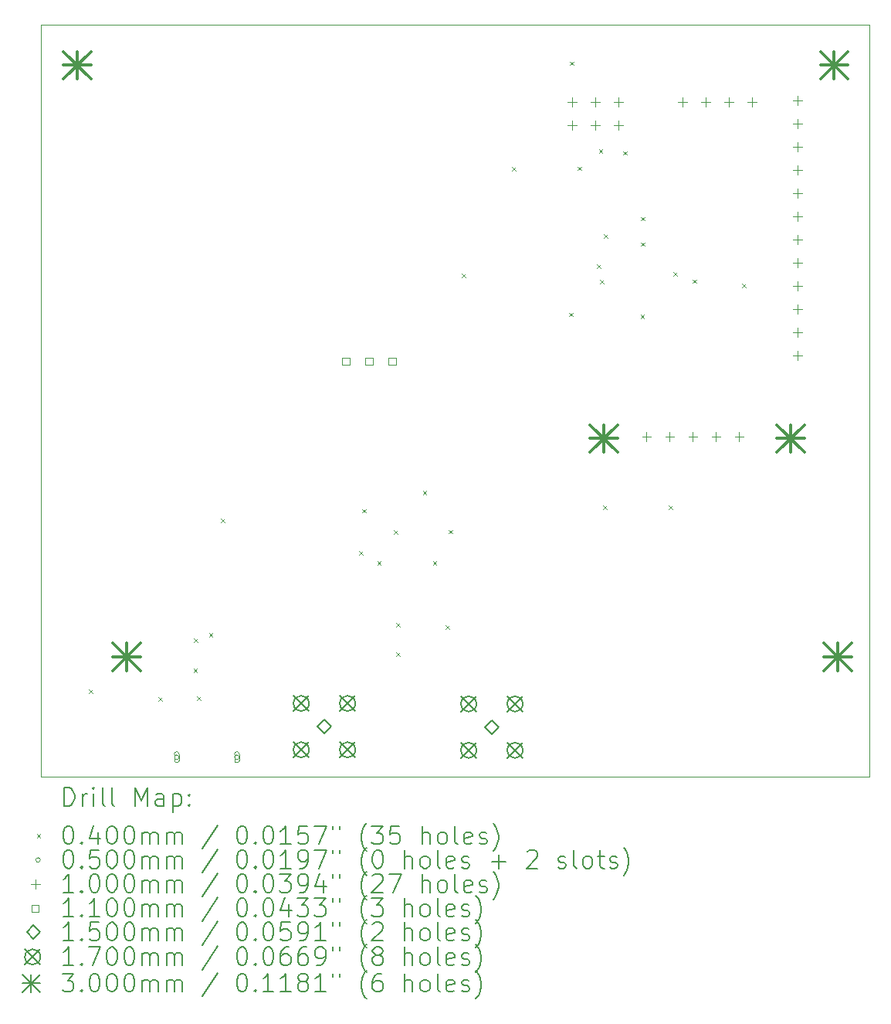
<source format=gbr>
%TF.GenerationSoftware,KiCad,Pcbnew,8.0.5-1.fc40*%
%TF.CreationDate,2024-10-13T22:43:30+02:00*%
%TF.ProjectId,sis5351a GPS controlled time base,73697335-3335-4316-9120-47505320636f,rev?*%
%TF.SameCoordinates,Original*%
%TF.FileFunction,Drillmap*%
%TF.FilePolarity,Positive*%
%FSLAX45Y45*%
G04 Gerber Fmt 4.5, Leading zero omitted, Abs format (unit mm)*
G04 Created by KiCad (PCBNEW 8.0.5-1.fc40) date 2024-10-13 22:43:30*
%MOMM*%
%LPD*%
G01*
G04 APERTURE LIST*
%ADD10C,0.100000*%
%ADD11C,0.200000*%
%ADD12C,0.110000*%
%ADD13C,0.150000*%
%ADD14C,0.170000*%
%ADD15C,0.300000*%
G04 APERTURE END LIST*
D10*
X12460160Y-5511700D02*
X21548540Y-5511700D01*
X21548540Y-13757040D01*
X12460160Y-13757040D01*
X12460160Y-5511700D01*
D11*
D10*
X12989650Y-12796580D02*
X13029650Y-12836580D01*
X13029650Y-12796580D02*
X12989650Y-12836580D01*
X13748870Y-12881020D02*
X13788870Y-12921020D01*
X13788870Y-12881020D02*
X13748870Y-12921020D01*
X14135000Y-12570000D02*
X14175000Y-12610000D01*
X14175000Y-12570000D02*
X14135000Y-12610000D01*
X14140680Y-12237470D02*
X14180680Y-12277470D01*
X14180680Y-12237470D02*
X14140680Y-12277470D01*
X14170000Y-12875000D02*
X14210000Y-12915000D01*
X14210000Y-12875000D02*
X14170000Y-12915000D01*
X14304840Y-12178180D02*
X14344840Y-12218180D01*
X14344840Y-12178180D02*
X14304840Y-12218180D01*
X14435000Y-10925000D02*
X14475000Y-10965000D01*
X14475000Y-10925000D02*
X14435000Y-10965000D01*
X15951700Y-11280000D02*
X15991700Y-11320000D01*
X15991700Y-11280000D02*
X15951700Y-11320000D01*
X15986410Y-10820000D02*
X16026410Y-10860000D01*
X16026410Y-10820000D02*
X15986410Y-10860000D01*
X16150000Y-11390000D02*
X16190000Y-11430000D01*
X16190000Y-11390000D02*
X16150000Y-11430000D01*
X16330000Y-11055000D02*
X16370000Y-11095000D01*
X16370000Y-11055000D02*
X16330000Y-11095000D01*
X16355000Y-12070000D02*
X16395000Y-12110000D01*
X16395000Y-12070000D02*
X16355000Y-12110000D01*
X16355000Y-12390000D02*
X16395000Y-12430000D01*
X16395000Y-12390000D02*
X16355000Y-12430000D01*
X16649820Y-10621600D02*
X16689820Y-10661600D01*
X16689820Y-10621600D02*
X16649820Y-10661600D01*
X16760000Y-11390000D02*
X16800000Y-11430000D01*
X16800000Y-11390000D02*
X16760000Y-11430000D01*
X16900000Y-12094990D02*
X16940000Y-12134990D01*
X16940000Y-12094990D02*
X16900000Y-12134990D01*
X16935000Y-11050000D02*
X16975000Y-11090000D01*
X16975000Y-11050000D02*
X16935000Y-11090000D01*
X17079280Y-8240000D02*
X17119280Y-8280000D01*
X17119280Y-8240000D02*
X17079280Y-8280000D01*
X17625000Y-7075000D02*
X17665000Y-7115000D01*
X17665000Y-7075000D02*
X17625000Y-7115000D01*
X18255000Y-8670000D02*
X18295000Y-8710000D01*
X18295000Y-8670000D02*
X18255000Y-8710000D01*
X18260000Y-5920000D02*
X18300000Y-5960000D01*
X18300000Y-5920000D02*
X18260000Y-5960000D01*
X18345000Y-7070000D02*
X18385000Y-7110000D01*
X18385000Y-7070000D02*
X18345000Y-7110000D01*
X18559140Y-8142900D02*
X18599140Y-8182900D01*
X18599140Y-8142900D02*
X18559140Y-8182900D01*
X18580000Y-6880000D02*
X18620000Y-6920000D01*
X18620000Y-6880000D02*
X18580000Y-6920000D01*
X18590000Y-8310000D02*
X18630000Y-8350000D01*
X18630000Y-8310000D02*
X18590000Y-8350000D01*
X18625000Y-10780000D02*
X18665000Y-10820000D01*
X18665000Y-10780000D02*
X18625000Y-10820000D01*
X18631590Y-7812450D02*
X18671590Y-7852450D01*
X18671590Y-7812450D02*
X18631590Y-7852450D01*
X18848910Y-6900160D02*
X18888910Y-6940160D01*
X18888910Y-6900160D02*
X18848910Y-6940160D01*
X19037350Y-8691850D02*
X19077350Y-8731850D01*
X19077350Y-8691850D02*
X19037350Y-8731850D01*
X19040000Y-7620000D02*
X19080000Y-7660000D01*
X19080000Y-7620000D02*
X19040000Y-7660000D01*
X19040000Y-7900000D02*
X19080000Y-7940000D01*
X19080000Y-7900000D02*
X19040000Y-7940000D01*
X19345000Y-10780000D02*
X19385000Y-10820000D01*
X19385000Y-10780000D02*
X19345000Y-10820000D01*
X19398440Y-8226780D02*
X19438440Y-8266780D01*
X19438440Y-8226780D02*
X19398440Y-8266780D01*
X19605120Y-8306780D02*
X19645120Y-8346780D01*
X19645120Y-8306780D02*
X19605120Y-8346780D01*
X20148020Y-8350830D02*
X20188020Y-8390830D01*
X20188020Y-8350830D02*
X20148020Y-8390830D01*
X13975000Y-13540000D02*
G75*
G02*
X13925000Y-13540000I-25000J0D01*
G01*
X13925000Y-13540000D02*
G75*
G02*
X13975000Y-13540000I25000J0D01*
G01*
X13975000Y-13575000D02*
X13975000Y-13505000D01*
X13925000Y-13505000D02*
G75*
G02*
X13975000Y-13505000I25000J0D01*
G01*
X13925000Y-13505000D02*
X13925000Y-13575000D01*
X13925000Y-13575000D02*
G75*
G03*
X13975000Y-13575000I25000J0D01*
G01*
X14635000Y-13540000D02*
G75*
G02*
X14585000Y-13540000I-25000J0D01*
G01*
X14585000Y-13540000D02*
G75*
G02*
X14635000Y-13540000I25000J0D01*
G01*
X14635000Y-13575000D02*
X14635000Y-13505000D01*
X14585000Y-13505000D02*
G75*
G02*
X14635000Y-13505000I25000J0D01*
G01*
X14585000Y-13505000D02*
X14585000Y-13575000D01*
X14585000Y-13575000D02*
G75*
G03*
X14635000Y-13575000I25000J0D01*
G01*
X18286000Y-6310000D02*
X18286000Y-6410000D01*
X18236000Y-6360000D02*
X18336000Y-6360000D01*
X18286000Y-6564000D02*
X18286000Y-6664000D01*
X18236000Y-6614000D02*
X18336000Y-6614000D01*
X18540000Y-6310000D02*
X18540000Y-6410000D01*
X18490000Y-6360000D02*
X18590000Y-6360000D01*
X18540000Y-6564000D02*
X18540000Y-6664000D01*
X18490000Y-6614000D02*
X18590000Y-6614000D01*
X18794000Y-6310000D02*
X18794000Y-6410000D01*
X18744000Y-6360000D02*
X18844000Y-6360000D01*
X18794000Y-6564000D02*
X18794000Y-6664000D01*
X18744000Y-6614000D02*
X18844000Y-6614000D01*
X19103000Y-9980000D02*
X19103000Y-10080000D01*
X19053000Y-10030000D02*
X19153000Y-10030000D01*
X19357000Y-9980000D02*
X19357000Y-10080000D01*
X19307000Y-10030000D02*
X19407000Y-10030000D01*
X19498000Y-6310000D02*
X19498000Y-6410000D01*
X19448000Y-6360000D02*
X19548000Y-6360000D01*
X19611000Y-9980000D02*
X19611000Y-10080000D01*
X19561000Y-10030000D02*
X19661000Y-10030000D01*
X19752000Y-6310000D02*
X19752000Y-6410000D01*
X19702000Y-6360000D02*
X19802000Y-6360000D01*
X19865000Y-9980000D02*
X19865000Y-10080000D01*
X19815000Y-10030000D02*
X19915000Y-10030000D01*
X20006000Y-6310000D02*
X20006000Y-6410000D01*
X19956000Y-6360000D02*
X20056000Y-6360000D01*
X20119000Y-9980000D02*
X20119000Y-10080000D01*
X20069000Y-10030000D02*
X20169000Y-10030000D01*
X20260000Y-6310000D02*
X20260000Y-6410000D01*
X20210000Y-6360000D02*
X20310000Y-6360000D01*
X20760000Y-6292000D02*
X20760000Y-6392000D01*
X20710000Y-6342000D02*
X20810000Y-6342000D01*
X20760000Y-6546000D02*
X20760000Y-6646000D01*
X20710000Y-6596000D02*
X20810000Y-6596000D01*
X20760000Y-6800000D02*
X20760000Y-6900000D01*
X20710000Y-6850000D02*
X20810000Y-6850000D01*
X20760000Y-7054000D02*
X20760000Y-7154000D01*
X20710000Y-7104000D02*
X20810000Y-7104000D01*
X20760000Y-7308000D02*
X20760000Y-7408000D01*
X20710000Y-7358000D02*
X20810000Y-7358000D01*
X20760000Y-7562000D02*
X20760000Y-7662000D01*
X20710000Y-7612000D02*
X20810000Y-7612000D01*
X20760000Y-7816000D02*
X20760000Y-7916000D01*
X20710000Y-7866000D02*
X20810000Y-7866000D01*
X20760000Y-8070000D02*
X20760000Y-8170000D01*
X20710000Y-8120000D02*
X20810000Y-8120000D01*
X20760000Y-8324000D02*
X20760000Y-8424000D01*
X20710000Y-8374000D02*
X20810000Y-8374000D01*
X20760000Y-8578000D02*
X20760000Y-8678000D01*
X20710000Y-8628000D02*
X20810000Y-8628000D01*
X20760000Y-8832000D02*
X20760000Y-8932000D01*
X20710000Y-8882000D02*
X20810000Y-8882000D01*
X20760000Y-9086000D02*
X20760000Y-9186000D01*
X20710000Y-9136000D02*
X20810000Y-9136000D01*
D12*
X15844891Y-9241891D02*
X15844891Y-9164109D01*
X15767109Y-9164109D01*
X15767109Y-9241891D01*
X15844891Y-9241891D01*
X16098891Y-9241891D02*
X16098891Y-9164109D01*
X16021109Y-9164109D01*
X16021109Y-9241891D01*
X16098891Y-9241891D01*
X16352891Y-9241891D02*
X16352891Y-9164109D01*
X16275109Y-9164109D01*
X16275109Y-9241891D01*
X16352891Y-9241891D01*
D13*
X15570000Y-13280000D02*
X15645000Y-13205000D01*
X15570000Y-13130000D01*
X15495000Y-13205000D01*
X15570000Y-13280000D01*
X17406000Y-13285000D02*
X17481000Y-13210000D01*
X17406000Y-13135000D01*
X17331000Y-13210000D01*
X17406000Y-13285000D01*
D14*
X15231000Y-12866000D02*
X15401000Y-13036000D01*
X15401000Y-12866000D02*
X15231000Y-13036000D01*
X15401000Y-12951000D02*
G75*
G02*
X15231000Y-12951000I-85000J0D01*
G01*
X15231000Y-12951000D02*
G75*
G02*
X15401000Y-12951000I85000J0D01*
G01*
X15231000Y-13374000D02*
X15401000Y-13544000D01*
X15401000Y-13374000D02*
X15231000Y-13544000D01*
X15401000Y-13459000D02*
G75*
G02*
X15231000Y-13459000I-85000J0D01*
G01*
X15231000Y-13459000D02*
G75*
G02*
X15401000Y-13459000I85000J0D01*
G01*
X15739000Y-12866000D02*
X15909000Y-13036000D01*
X15909000Y-12866000D02*
X15739000Y-13036000D01*
X15909000Y-12951000D02*
G75*
G02*
X15739000Y-12951000I-85000J0D01*
G01*
X15739000Y-12951000D02*
G75*
G02*
X15909000Y-12951000I85000J0D01*
G01*
X15739000Y-13374000D02*
X15909000Y-13544000D01*
X15909000Y-13374000D02*
X15739000Y-13544000D01*
X15909000Y-13459000D02*
G75*
G02*
X15739000Y-13459000I-85000J0D01*
G01*
X15739000Y-13459000D02*
G75*
G02*
X15909000Y-13459000I85000J0D01*
G01*
X17067000Y-12871000D02*
X17237000Y-13041000D01*
X17237000Y-12871000D02*
X17067000Y-13041000D01*
X17237000Y-12956000D02*
G75*
G02*
X17067000Y-12956000I-85000J0D01*
G01*
X17067000Y-12956000D02*
G75*
G02*
X17237000Y-12956000I85000J0D01*
G01*
X17067000Y-13379000D02*
X17237000Y-13549000D01*
X17237000Y-13379000D02*
X17067000Y-13549000D01*
X17237000Y-13464000D02*
G75*
G02*
X17067000Y-13464000I-85000J0D01*
G01*
X17067000Y-13464000D02*
G75*
G02*
X17237000Y-13464000I85000J0D01*
G01*
X17575000Y-12871000D02*
X17745000Y-13041000D01*
X17745000Y-12871000D02*
X17575000Y-13041000D01*
X17745000Y-12956000D02*
G75*
G02*
X17575000Y-12956000I-85000J0D01*
G01*
X17575000Y-12956000D02*
G75*
G02*
X17745000Y-12956000I85000J0D01*
G01*
X17575000Y-13379000D02*
X17745000Y-13549000D01*
X17745000Y-13379000D02*
X17575000Y-13549000D01*
X17745000Y-13464000D02*
G75*
G02*
X17575000Y-13464000I-85000J0D01*
G01*
X17575000Y-13464000D02*
G75*
G02*
X17745000Y-13464000I85000J0D01*
G01*
D15*
X12710000Y-5810000D02*
X13010000Y-6110000D01*
X13010000Y-5810000D02*
X12710000Y-6110000D01*
X12860000Y-5810000D02*
X12860000Y-6110000D01*
X12710000Y-5960000D02*
X13010000Y-5960000D01*
X13250000Y-12290000D02*
X13550000Y-12590000D01*
X13550000Y-12290000D02*
X13250000Y-12590000D01*
X13400000Y-12290000D02*
X13400000Y-12590000D01*
X13250000Y-12440000D02*
X13550000Y-12440000D01*
X18481500Y-9898000D02*
X18781500Y-10198000D01*
X18781500Y-9898000D02*
X18481500Y-10198000D01*
X18631500Y-9898000D02*
X18631500Y-10198000D01*
X18481500Y-10048000D02*
X18781500Y-10048000D01*
X20531500Y-9898000D02*
X20831500Y-10198000D01*
X20831500Y-9898000D02*
X20531500Y-10198000D01*
X20681500Y-9898000D02*
X20681500Y-10198000D01*
X20531500Y-10048000D02*
X20831500Y-10048000D01*
X21010000Y-5810000D02*
X21310000Y-6110000D01*
X21310000Y-5810000D02*
X21010000Y-6110000D01*
X21160000Y-5810000D02*
X21160000Y-6110000D01*
X21010000Y-5960000D02*
X21310000Y-5960000D01*
X21050000Y-12290000D02*
X21350000Y-12590000D01*
X21350000Y-12290000D02*
X21050000Y-12590000D01*
X21200000Y-12290000D02*
X21200000Y-12590000D01*
X21050000Y-12440000D02*
X21350000Y-12440000D01*
D11*
X12715937Y-14073524D02*
X12715937Y-13873524D01*
X12715937Y-13873524D02*
X12763556Y-13873524D01*
X12763556Y-13873524D02*
X12792127Y-13883048D01*
X12792127Y-13883048D02*
X12811175Y-13902095D01*
X12811175Y-13902095D02*
X12820699Y-13921143D01*
X12820699Y-13921143D02*
X12830222Y-13959238D01*
X12830222Y-13959238D02*
X12830222Y-13987809D01*
X12830222Y-13987809D02*
X12820699Y-14025905D01*
X12820699Y-14025905D02*
X12811175Y-14044952D01*
X12811175Y-14044952D02*
X12792127Y-14064000D01*
X12792127Y-14064000D02*
X12763556Y-14073524D01*
X12763556Y-14073524D02*
X12715937Y-14073524D01*
X12915937Y-14073524D02*
X12915937Y-13940190D01*
X12915937Y-13978286D02*
X12925461Y-13959238D01*
X12925461Y-13959238D02*
X12934984Y-13949714D01*
X12934984Y-13949714D02*
X12954032Y-13940190D01*
X12954032Y-13940190D02*
X12973080Y-13940190D01*
X13039746Y-14073524D02*
X13039746Y-13940190D01*
X13039746Y-13873524D02*
X13030222Y-13883048D01*
X13030222Y-13883048D02*
X13039746Y-13892571D01*
X13039746Y-13892571D02*
X13049270Y-13883048D01*
X13049270Y-13883048D02*
X13039746Y-13873524D01*
X13039746Y-13873524D02*
X13039746Y-13892571D01*
X13163556Y-14073524D02*
X13144508Y-14064000D01*
X13144508Y-14064000D02*
X13134984Y-14044952D01*
X13134984Y-14044952D02*
X13134984Y-13873524D01*
X13268318Y-14073524D02*
X13249270Y-14064000D01*
X13249270Y-14064000D02*
X13239746Y-14044952D01*
X13239746Y-14044952D02*
X13239746Y-13873524D01*
X13496889Y-14073524D02*
X13496889Y-13873524D01*
X13496889Y-13873524D02*
X13563556Y-14016381D01*
X13563556Y-14016381D02*
X13630222Y-13873524D01*
X13630222Y-13873524D02*
X13630222Y-14073524D01*
X13811175Y-14073524D02*
X13811175Y-13968762D01*
X13811175Y-13968762D02*
X13801651Y-13949714D01*
X13801651Y-13949714D02*
X13782603Y-13940190D01*
X13782603Y-13940190D02*
X13744508Y-13940190D01*
X13744508Y-13940190D02*
X13725461Y-13949714D01*
X13811175Y-14064000D02*
X13792127Y-14073524D01*
X13792127Y-14073524D02*
X13744508Y-14073524D01*
X13744508Y-14073524D02*
X13725461Y-14064000D01*
X13725461Y-14064000D02*
X13715937Y-14044952D01*
X13715937Y-14044952D02*
X13715937Y-14025905D01*
X13715937Y-14025905D02*
X13725461Y-14006857D01*
X13725461Y-14006857D02*
X13744508Y-13997333D01*
X13744508Y-13997333D02*
X13792127Y-13997333D01*
X13792127Y-13997333D02*
X13811175Y-13987809D01*
X13906413Y-13940190D02*
X13906413Y-14140190D01*
X13906413Y-13949714D02*
X13925461Y-13940190D01*
X13925461Y-13940190D02*
X13963556Y-13940190D01*
X13963556Y-13940190D02*
X13982603Y-13949714D01*
X13982603Y-13949714D02*
X13992127Y-13959238D01*
X13992127Y-13959238D02*
X14001651Y-13978286D01*
X14001651Y-13978286D02*
X14001651Y-14035428D01*
X14001651Y-14035428D02*
X13992127Y-14054476D01*
X13992127Y-14054476D02*
X13982603Y-14064000D01*
X13982603Y-14064000D02*
X13963556Y-14073524D01*
X13963556Y-14073524D02*
X13925461Y-14073524D01*
X13925461Y-14073524D02*
X13906413Y-14064000D01*
X14087365Y-14054476D02*
X14096889Y-14064000D01*
X14096889Y-14064000D02*
X14087365Y-14073524D01*
X14087365Y-14073524D02*
X14077842Y-14064000D01*
X14077842Y-14064000D02*
X14087365Y-14054476D01*
X14087365Y-14054476D02*
X14087365Y-14073524D01*
X14087365Y-13949714D02*
X14096889Y-13959238D01*
X14096889Y-13959238D02*
X14087365Y-13968762D01*
X14087365Y-13968762D02*
X14077842Y-13959238D01*
X14077842Y-13959238D02*
X14087365Y-13949714D01*
X14087365Y-13949714D02*
X14087365Y-13968762D01*
D10*
X12415160Y-14382040D02*
X12455160Y-14422040D01*
X12455160Y-14382040D02*
X12415160Y-14422040D01*
D11*
X12754032Y-14293524D02*
X12773080Y-14293524D01*
X12773080Y-14293524D02*
X12792127Y-14303048D01*
X12792127Y-14303048D02*
X12801651Y-14312571D01*
X12801651Y-14312571D02*
X12811175Y-14331619D01*
X12811175Y-14331619D02*
X12820699Y-14369714D01*
X12820699Y-14369714D02*
X12820699Y-14417333D01*
X12820699Y-14417333D02*
X12811175Y-14455428D01*
X12811175Y-14455428D02*
X12801651Y-14474476D01*
X12801651Y-14474476D02*
X12792127Y-14484000D01*
X12792127Y-14484000D02*
X12773080Y-14493524D01*
X12773080Y-14493524D02*
X12754032Y-14493524D01*
X12754032Y-14493524D02*
X12734984Y-14484000D01*
X12734984Y-14484000D02*
X12725461Y-14474476D01*
X12725461Y-14474476D02*
X12715937Y-14455428D01*
X12715937Y-14455428D02*
X12706413Y-14417333D01*
X12706413Y-14417333D02*
X12706413Y-14369714D01*
X12706413Y-14369714D02*
X12715937Y-14331619D01*
X12715937Y-14331619D02*
X12725461Y-14312571D01*
X12725461Y-14312571D02*
X12734984Y-14303048D01*
X12734984Y-14303048D02*
X12754032Y-14293524D01*
X12906413Y-14474476D02*
X12915937Y-14484000D01*
X12915937Y-14484000D02*
X12906413Y-14493524D01*
X12906413Y-14493524D02*
X12896889Y-14484000D01*
X12896889Y-14484000D02*
X12906413Y-14474476D01*
X12906413Y-14474476D02*
X12906413Y-14493524D01*
X13087365Y-14360190D02*
X13087365Y-14493524D01*
X13039746Y-14284000D02*
X12992127Y-14426857D01*
X12992127Y-14426857D02*
X13115937Y-14426857D01*
X13230222Y-14293524D02*
X13249270Y-14293524D01*
X13249270Y-14293524D02*
X13268318Y-14303048D01*
X13268318Y-14303048D02*
X13277842Y-14312571D01*
X13277842Y-14312571D02*
X13287365Y-14331619D01*
X13287365Y-14331619D02*
X13296889Y-14369714D01*
X13296889Y-14369714D02*
X13296889Y-14417333D01*
X13296889Y-14417333D02*
X13287365Y-14455428D01*
X13287365Y-14455428D02*
X13277842Y-14474476D01*
X13277842Y-14474476D02*
X13268318Y-14484000D01*
X13268318Y-14484000D02*
X13249270Y-14493524D01*
X13249270Y-14493524D02*
X13230222Y-14493524D01*
X13230222Y-14493524D02*
X13211175Y-14484000D01*
X13211175Y-14484000D02*
X13201651Y-14474476D01*
X13201651Y-14474476D02*
X13192127Y-14455428D01*
X13192127Y-14455428D02*
X13182603Y-14417333D01*
X13182603Y-14417333D02*
X13182603Y-14369714D01*
X13182603Y-14369714D02*
X13192127Y-14331619D01*
X13192127Y-14331619D02*
X13201651Y-14312571D01*
X13201651Y-14312571D02*
X13211175Y-14303048D01*
X13211175Y-14303048D02*
X13230222Y-14293524D01*
X13420699Y-14293524D02*
X13439746Y-14293524D01*
X13439746Y-14293524D02*
X13458794Y-14303048D01*
X13458794Y-14303048D02*
X13468318Y-14312571D01*
X13468318Y-14312571D02*
X13477842Y-14331619D01*
X13477842Y-14331619D02*
X13487365Y-14369714D01*
X13487365Y-14369714D02*
X13487365Y-14417333D01*
X13487365Y-14417333D02*
X13477842Y-14455428D01*
X13477842Y-14455428D02*
X13468318Y-14474476D01*
X13468318Y-14474476D02*
X13458794Y-14484000D01*
X13458794Y-14484000D02*
X13439746Y-14493524D01*
X13439746Y-14493524D02*
X13420699Y-14493524D01*
X13420699Y-14493524D02*
X13401651Y-14484000D01*
X13401651Y-14484000D02*
X13392127Y-14474476D01*
X13392127Y-14474476D02*
X13382603Y-14455428D01*
X13382603Y-14455428D02*
X13373080Y-14417333D01*
X13373080Y-14417333D02*
X13373080Y-14369714D01*
X13373080Y-14369714D02*
X13382603Y-14331619D01*
X13382603Y-14331619D02*
X13392127Y-14312571D01*
X13392127Y-14312571D02*
X13401651Y-14303048D01*
X13401651Y-14303048D02*
X13420699Y-14293524D01*
X13573080Y-14493524D02*
X13573080Y-14360190D01*
X13573080Y-14379238D02*
X13582603Y-14369714D01*
X13582603Y-14369714D02*
X13601651Y-14360190D01*
X13601651Y-14360190D02*
X13630223Y-14360190D01*
X13630223Y-14360190D02*
X13649270Y-14369714D01*
X13649270Y-14369714D02*
X13658794Y-14388762D01*
X13658794Y-14388762D02*
X13658794Y-14493524D01*
X13658794Y-14388762D02*
X13668318Y-14369714D01*
X13668318Y-14369714D02*
X13687365Y-14360190D01*
X13687365Y-14360190D02*
X13715937Y-14360190D01*
X13715937Y-14360190D02*
X13734984Y-14369714D01*
X13734984Y-14369714D02*
X13744508Y-14388762D01*
X13744508Y-14388762D02*
X13744508Y-14493524D01*
X13839746Y-14493524D02*
X13839746Y-14360190D01*
X13839746Y-14379238D02*
X13849270Y-14369714D01*
X13849270Y-14369714D02*
X13868318Y-14360190D01*
X13868318Y-14360190D02*
X13896889Y-14360190D01*
X13896889Y-14360190D02*
X13915937Y-14369714D01*
X13915937Y-14369714D02*
X13925461Y-14388762D01*
X13925461Y-14388762D02*
X13925461Y-14493524D01*
X13925461Y-14388762D02*
X13934984Y-14369714D01*
X13934984Y-14369714D02*
X13954032Y-14360190D01*
X13954032Y-14360190D02*
X13982603Y-14360190D01*
X13982603Y-14360190D02*
X14001651Y-14369714D01*
X14001651Y-14369714D02*
X14011175Y-14388762D01*
X14011175Y-14388762D02*
X14011175Y-14493524D01*
X14401651Y-14284000D02*
X14230223Y-14541143D01*
X14658794Y-14293524D02*
X14677842Y-14293524D01*
X14677842Y-14293524D02*
X14696889Y-14303048D01*
X14696889Y-14303048D02*
X14706413Y-14312571D01*
X14706413Y-14312571D02*
X14715937Y-14331619D01*
X14715937Y-14331619D02*
X14725461Y-14369714D01*
X14725461Y-14369714D02*
X14725461Y-14417333D01*
X14725461Y-14417333D02*
X14715937Y-14455428D01*
X14715937Y-14455428D02*
X14706413Y-14474476D01*
X14706413Y-14474476D02*
X14696889Y-14484000D01*
X14696889Y-14484000D02*
X14677842Y-14493524D01*
X14677842Y-14493524D02*
X14658794Y-14493524D01*
X14658794Y-14493524D02*
X14639746Y-14484000D01*
X14639746Y-14484000D02*
X14630223Y-14474476D01*
X14630223Y-14474476D02*
X14620699Y-14455428D01*
X14620699Y-14455428D02*
X14611175Y-14417333D01*
X14611175Y-14417333D02*
X14611175Y-14369714D01*
X14611175Y-14369714D02*
X14620699Y-14331619D01*
X14620699Y-14331619D02*
X14630223Y-14312571D01*
X14630223Y-14312571D02*
X14639746Y-14303048D01*
X14639746Y-14303048D02*
X14658794Y-14293524D01*
X14811175Y-14474476D02*
X14820699Y-14484000D01*
X14820699Y-14484000D02*
X14811175Y-14493524D01*
X14811175Y-14493524D02*
X14801651Y-14484000D01*
X14801651Y-14484000D02*
X14811175Y-14474476D01*
X14811175Y-14474476D02*
X14811175Y-14493524D01*
X14944508Y-14293524D02*
X14963556Y-14293524D01*
X14963556Y-14293524D02*
X14982604Y-14303048D01*
X14982604Y-14303048D02*
X14992127Y-14312571D01*
X14992127Y-14312571D02*
X15001651Y-14331619D01*
X15001651Y-14331619D02*
X15011175Y-14369714D01*
X15011175Y-14369714D02*
X15011175Y-14417333D01*
X15011175Y-14417333D02*
X15001651Y-14455428D01*
X15001651Y-14455428D02*
X14992127Y-14474476D01*
X14992127Y-14474476D02*
X14982604Y-14484000D01*
X14982604Y-14484000D02*
X14963556Y-14493524D01*
X14963556Y-14493524D02*
X14944508Y-14493524D01*
X14944508Y-14493524D02*
X14925461Y-14484000D01*
X14925461Y-14484000D02*
X14915937Y-14474476D01*
X14915937Y-14474476D02*
X14906413Y-14455428D01*
X14906413Y-14455428D02*
X14896889Y-14417333D01*
X14896889Y-14417333D02*
X14896889Y-14369714D01*
X14896889Y-14369714D02*
X14906413Y-14331619D01*
X14906413Y-14331619D02*
X14915937Y-14312571D01*
X14915937Y-14312571D02*
X14925461Y-14303048D01*
X14925461Y-14303048D02*
X14944508Y-14293524D01*
X15201651Y-14493524D02*
X15087366Y-14493524D01*
X15144508Y-14493524D02*
X15144508Y-14293524D01*
X15144508Y-14293524D02*
X15125461Y-14322095D01*
X15125461Y-14322095D02*
X15106413Y-14341143D01*
X15106413Y-14341143D02*
X15087366Y-14350667D01*
X15382604Y-14293524D02*
X15287366Y-14293524D01*
X15287366Y-14293524D02*
X15277842Y-14388762D01*
X15277842Y-14388762D02*
X15287366Y-14379238D01*
X15287366Y-14379238D02*
X15306413Y-14369714D01*
X15306413Y-14369714D02*
X15354032Y-14369714D01*
X15354032Y-14369714D02*
X15373080Y-14379238D01*
X15373080Y-14379238D02*
X15382604Y-14388762D01*
X15382604Y-14388762D02*
X15392127Y-14407809D01*
X15392127Y-14407809D02*
X15392127Y-14455428D01*
X15392127Y-14455428D02*
X15382604Y-14474476D01*
X15382604Y-14474476D02*
X15373080Y-14484000D01*
X15373080Y-14484000D02*
X15354032Y-14493524D01*
X15354032Y-14493524D02*
X15306413Y-14493524D01*
X15306413Y-14493524D02*
X15287366Y-14484000D01*
X15287366Y-14484000D02*
X15277842Y-14474476D01*
X15458794Y-14293524D02*
X15592127Y-14293524D01*
X15592127Y-14293524D02*
X15506413Y-14493524D01*
X15658794Y-14293524D02*
X15658794Y-14331619D01*
X15734985Y-14293524D02*
X15734985Y-14331619D01*
X16030223Y-14569714D02*
X16020699Y-14560190D01*
X16020699Y-14560190D02*
X16001651Y-14531619D01*
X16001651Y-14531619D02*
X15992128Y-14512571D01*
X15992128Y-14512571D02*
X15982604Y-14484000D01*
X15982604Y-14484000D02*
X15973080Y-14436381D01*
X15973080Y-14436381D02*
X15973080Y-14398286D01*
X15973080Y-14398286D02*
X15982604Y-14350667D01*
X15982604Y-14350667D02*
X15992128Y-14322095D01*
X15992128Y-14322095D02*
X16001651Y-14303048D01*
X16001651Y-14303048D02*
X16020699Y-14274476D01*
X16020699Y-14274476D02*
X16030223Y-14264952D01*
X16087366Y-14293524D02*
X16211175Y-14293524D01*
X16211175Y-14293524D02*
X16144508Y-14369714D01*
X16144508Y-14369714D02*
X16173080Y-14369714D01*
X16173080Y-14369714D02*
X16192128Y-14379238D01*
X16192128Y-14379238D02*
X16201651Y-14388762D01*
X16201651Y-14388762D02*
X16211175Y-14407809D01*
X16211175Y-14407809D02*
X16211175Y-14455428D01*
X16211175Y-14455428D02*
X16201651Y-14474476D01*
X16201651Y-14474476D02*
X16192128Y-14484000D01*
X16192128Y-14484000D02*
X16173080Y-14493524D01*
X16173080Y-14493524D02*
X16115937Y-14493524D01*
X16115937Y-14493524D02*
X16096889Y-14484000D01*
X16096889Y-14484000D02*
X16087366Y-14474476D01*
X16392128Y-14293524D02*
X16296889Y-14293524D01*
X16296889Y-14293524D02*
X16287366Y-14388762D01*
X16287366Y-14388762D02*
X16296889Y-14379238D01*
X16296889Y-14379238D02*
X16315937Y-14369714D01*
X16315937Y-14369714D02*
X16363556Y-14369714D01*
X16363556Y-14369714D02*
X16382604Y-14379238D01*
X16382604Y-14379238D02*
X16392128Y-14388762D01*
X16392128Y-14388762D02*
X16401651Y-14407809D01*
X16401651Y-14407809D02*
X16401651Y-14455428D01*
X16401651Y-14455428D02*
X16392128Y-14474476D01*
X16392128Y-14474476D02*
X16382604Y-14484000D01*
X16382604Y-14484000D02*
X16363556Y-14493524D01*
X16363556Y-14493524D02*
X16315937Y-14493524D01*
X16315937Y-14493524D02*
X16296889Y-14484000D01*
X16296889Y-14484000D02*
X16287366Y-14474476D01*
X16639747Y-14493524D02*
X16639747Y-14293524D01*
X16725461Y-14493524D02*
X16725461Y-14388762D01*
X16725461Y-14388762D02*
X16715937Y-14369714D01*
X16715937Y-14369714D02*
X16696890Y-14360190D01*
X16696890Y-14360190D02*
X16668318Y-14360190D01*
X16668318Y-14360190D02*
X16649270Y-14369714D01*
X16649270Y-14369714D02*
X16639747Y-14379238D01*
X16849271Y-14493524D02*
X16830223Y-14484000D01*
X16830223Y-14484000D02*
X16820699Y-14474476D01*
X16820699Y-14474476D02*
X16811175Y-14455428D01*
X16811175Y-14455428D02*
X16811175Y-14398286D01*
X16811175Y-14398286D02*
X16820699Y-14379238D01*
X16820699Y-14379238D02*
X16830223Y-14369714D01*
X16830223Y-14369714D02*
X16849271Y-14360190D01*
X16849271Y-14360190D02*
X16877842Y-14360190D01*
X16877842Y-14360190D02*
X16896890Y-14369714D01*
X16896890Y-14369714D02*
X16906413Y-14379238D01*
X16906413Y-14379238D02*
X16915937Y-14398286D01*
X16915937Y-14398286D02*
X16915937Y-14455428D01*
X16915937Y-14455428D02*
X16906413Y-14474476D01*
X16906413Y-14474476D02*
X16896890Y-14484000D01*
X16896890Y-14484000D02*
X16877842Y-14493524D01*
X16877842Y-14493524D02*
X16849271Y-14493524D01*
X17030223Y-14493524D02*
X17011175Y-14484000D01*
X17011175Y-14484000D02*
X17001652Y-14464952D01*
X17001652Y-14464952D02*
X17001652Y-14293524D01*
X17182604Y-14484000D02*
X17163556Y-14493524D01*
X17163556Y-14493524D02*
X17125461Y-14493524D01*
X17125461Y-14493524D02*
X17106413Y-14484000D01*
X17106413Y-14484000D02*
X17096890Y-14464952D01*
X17096890Y-14464952D02*
X17096890Y-14388762D01*
X17096890Y-14388762D02*
X17106413Y-14369714D01*
X17106413Y-14369714D02*
X17125461Y-14360190D01*
X17125461Y-14360190D02*
X17163556Y-14360190D01*
X17163556Y-14360190D02*
X17182604Y-14369714D01*
X17182604Y-14369714D02*
X17192128Y-14388762D01*
X17192128Y-14388762D02*
X17192128Y-14407809D01*
X17192128Y-14407809D02*
X17096890Y-14426857D01*
X17268318Y-14484000D02*
X17287366Y-14493524D01*
X17287366Y-14493524D02*
X17325461Y-14493524D01*
X17325461Y-14493524D02*
X17344509Y-14484000D01*
X17344509Y-14484000D02*
X17354033Y-14464952D01*
X17354033Y-14464952D02*
X17354033Y-14455428D01*
X17354033Y-14455428D02*
X17344509Y-14436381D01*
X17344509Y-14436381D02*
X17325461Y-14426857D01*
X17325461Y-14426857D02*
X17296890Y-14426857D01*
X17296890Y-14426857D02*
X17277842Y-14417333D01*
X17277842Y-14417333D02*
X17268318Y-14398286D01*
X17268318Y-14398286D02*
X17268318Y-14388762D01*
X17268318Y-14388762D02*
X17277842Y-14369714D01*
X17277842Y-14369714D02*
X17296890Y-14360190D01*
X17296890Y-14360190D02*
X17325461Y-14360190D01*
X17325461Y-14360190D02*
X17344509Y-14369714D01*
X17420699Y-14569714D02*
X17430223Y-14560190D01*
X17430223Y-14560190D02*
X17449271Y-14531619D01*
X17449271Y-14531619D02*
X17458794Y-14512571D01*
X17458794Y-14512571D02*
X17468318Y-14484000D01*
X17468318Y-14484000D02*
X17477842Y-14436381D01*
X17477842Y-14436381D02*
X17477842Y-14398286D01*
X17477842Y-14398286D02*
X17468318Y-14350667D01*
X17468318Y-14350667D02*
X17458794Y-14322095D01*
X17458794Y-14322095D02*
X17449271Y-14303048D01*
X17449271Y-14303048D02*
X17430223Y-14274476D01*
X17430223Y-14274476D02*
X17420699Y-14264952D01*
D10*
X12455160Y-14666040D02*
G75*
G02*
X12405160Y-14666040I-25000J0D01*
G01*
X12405160Y-14666040D02*
G75*
G02*
X12455160Y-14666040I25000J0D01*
G01*
D11*
X12754032Y-14557524D02*
X12773080Y-14557524D01*
X12773080Y-14557524D02*
X12792127Y-14567048D01*
X12792127Y-14567048D02*
X12801651Y-14576571D01*
X12801651Y-14576571D02*
X12811175Y-14595619D01*
X12811175Y-14595619D02*
X12820699Y-14633714D01*
X12820699Y-14633714D02*
X12820699Y-14681333D01*
X12820699Y-14681333D02*
X12811175Y-14719428D01*
X12811175Y-14719428D02*
X12801651Y-14738476D01*
X12801651Y-14738476D02*
X12792127Y-14748000D01*
X12792127Y-14748000D02*
X12773080Y-14757524D01*
X12773080Y-14757524D02*
X12754032Y-14757524D01*
X12754032Y-14757524D02*
X12734984Y-14748000D01*
X12734984Y-14748000D02*
X12725461Y-14738476D01*
X12725461Y-14738476D02*
X12715937Y-14719428D01*
X12715937Y-14719428D02*
X12706413Y-14681333D01*
X12706413Y-14681333D02*
X12706413Y-14633714D01*
X12706413Y-14633714D02*
X12715937Y-14595619D01*
X12715937Y-14595619D02*
X12725461Y-14576571D01*
X12725461Y-14576571D02*
X12734984Y-14567048D01*
X12734984Y-14567048D02*
X12754032Y-14557524D01*
X12906413Y-14738476D02*
X12915937Y-14748000D01*
X12915937Y-14748000D02*
X12906413Y-14757524D01*
X12906413Y-14757524D02*
X12896889Y-14748000D01*
X12896889Y-14748000D02*
X12906413Y-14738476D01*
X12906413Y-14738476D02*
X12906413Y-14757524D01*
X13096889Y-14557524D02*
X13001651Y-14557524D01*
X13001651Y-14557524D02*
X12992127Y-14652762D01*
X12992127Y-14652762D02*
X13001651Y-14643238D01*
X13001651Y-14643238D02*
X13020699Y-14633714D01*
X13020699Y-14633714D02*
X13068318Y-14633714D01*
X13068318Y-14633714D02*
X13087365Y-14643238D01*
X13087365Y-14643238D02*
X13096889Y-14652762D01*
X13096889Y-14652762D02*
X13106413Y-14671809D01*
X13106413Y-14671809D02*
X13106413Y-14719428D01*
X13106413Y-14719428D02*
X13096889Y-14738476D01*
X13096889Y-14738476D02*
X13087365Y-14748000D01*
X13087365Y-14748000D02*
X13068318Y-14757524D01*
X13068318Y-14757524D02*
X13020699Y-14757524D01*
X13020699Y-14757524D02*
X13001651Y-14748000D01*
X13001651Y-14748000D02*
X12992127Y-14738476D01*
X13230222Y-14557524D02*
X13249270Y-14557524D01*
X13249270Y-14557524D02*
X13268318Y-14567048D01*
X13268318Y-14567048D02*
X13277842Y-14576571D01*
X13277842Y-14576571D02*
X13287365Y-14595619D01*
X13287365Y-14595619D02*
X13296889Y-14633714D01*
X13296889Y-14633714D02*
X13296889Y-14681333D01*
X13296889Y-14681333D02*
X13287365Y-14719428D01*
X13287365Y-14719428D02*
X13277842Y-14738476D01*
X13277842Y-14738476D02*
X13268318Y-14748000D01*
X13268318Y-14748000D02*
X13249270Y-14757524D01*
X13249270Y-14757524D02*
X13230222Y-14757524D01*
X13230222Y-14757524D02*
X13211175Y-14748000D01*
X13211175Y-14748000D02*
X13201651Y-14738476D01*
X13201651Y-14738476D02*
X13192127Y-14719428D01*
X13192127Y-14719428D02*
X13182603Y-14681333D01*
X13182603Y-14681333D02*
X13182603Y-14633714D01*
X13182603Y-14633714D02*
X13192127Y-14595619D01*
X13192127Y-14595619D02*
X13201651Y-14576571D01*
X13201651Y-14576571D02*
X13211175Y-14567048D01*
X13211175Y-14567048D02*
X13230222Y-14557524D01*
X13420699Y-14557524D02*
X13439746Y-14557524D01*
X13439746Y-14557524D02*
X13458794Y-14567048D01*
X13458794Y-14567048D02*
X13468318Y-14576571D01*
X13468318Y-14576571D02*
X13477842Y-14595619D01*
X13477842Y-14595619D02*
X13487365Y-14633714D01*
X13487365Y-14633714D02*
X13487365Y-14681333D01*
X13487365Y-14681333D02*
X13477842Y-14719428D01*
X13477842Y-14719428D02*
X13468318Y-14738476D01*
X13468318Y-14738476D02*
X13458794Y-14748000D01*
X13458794Y-14748000D02*
X13439746Y-14757524D01*
X13439746Y-14757524D02*
X13420699Y-14757524D01*
X13420699Y-14757524D02*
X13401651Y-14748000D01*
X13401651Y-14748000D02*
X13392127Y-14738476D01*
X13392127Y-14738476D02*
X13382603Y-14719428D01*
X13382603Y-14719428D02*
X13373080Y-14681333D01*
X13373080Y-14681333D02*
X13373080Y-14633714D01*
X13373080Y-14633714D02*
X13382603Y-14595619D01*
X13382603Y-14595619D02*
X13392127Y-14576571D01*
X13392127Y-14576571D02*
X13401651Y-14567048D01*
X13401651Y-14567048D02*
X13420699Y-14557524D01*
X13573080Y-14757524D02*
X13573080Y-14624190D01*
X13573080Y-14643238D02*
X13582603Y-14633714D01*
X13582603Y-14633714D02*
X13601651Y-14624190D01*
X13601651Y-14624190D02*
X13630223Y-14624190D01*
X13630223Y-14624190D02*
X13649270Y-14633714D01*
X13649270Y-14633714D02*
X13658794Y-14652762D01*
X13658794Y-14652762D02*
X13658794Y-14757524D01*
X13658794Y-14652762D02*
X13668318Y-14633714D01*
X13668318Y-14633714D02*
X13687365Y-14624190D01*
X13687365Y-14624190D02*
X13715937Y-14624190D01*
X13715937Y-14624190D02*
X13734984Y-14633714D01*
X13734984Y-14633714D02*
X13744508Y-14652762D01*
X13744508Y-14652762D02*
X13744508Y-14757524D01*
X13839746Y-14757524D02*
X13839746Y-14624190D01*
X13839746Y-14643238D02*
X13849270Y-14633714D01*
X13849270Y-14633714D02*
X13868318Y-14624190D01*
X13868318Y-14624190D02*
X13896889Y-14624190D01*
X13896889Y-14624190D02*
X13915937Y-14633714D01*
X13915937Y-14633714D02*
X13925461Y-14652762D01*
X13925461Y-14652762D02*
X13925461Y-14757524D01*
X13925461Y-14652762D02*
X13934984Y-14633714D01*
X13934984Y-14633714D02*
X13954032Y-14624190D01*
X13954032Y-14624190D02*
X13982603Y-14624190D01*
X13982603Y-14624190D02*
X14001651Y-14633714D01*
X14001651Y-14633714D02*
X14011175Y-14652762D01*
X14011175Y-14652762D02*
X14011175Y-14757524D01*
X14401651Y-14548000D02*
X14230223Y-14805143D01*
X14658794Y-14557524D02*
X14677842Y-14557524D01*
X14677842Y-14557524D02*
X14696889Y-14567048D01*
X14696889Y-14567048D02*
X14706413Y-14576571D01*
X14706413Y-14576571D02*
X14715937Y-14595619D01*
X14715937Y-14595619D02*
X14725461Y-14633714D01*
X14725461Y-14633714D02*
X14725461Y-14681333D01*
X14725461Y-14681333D02*
X14715937Y-14719428D01*
X14715937Y-14719428D02*
X14706413Y-14738476D01*
X14706413Y-14738476D02*
X14696889Y-14748000D01*
X14696889Y-14748000D02*
X14677842Y-14757524D01*
X14677842Y-14757524D02*
X14658794Y-14757524D01*
X14658794Y-14757524D02*
X14639746Y-14748000D01*
X14639746Y-14748000D02*
X14630223Y-14738476D01*
X14630223Y-14738476D02*
X14620699Y-14719428D01*
X14620699Y-14719428D02*
X14611175Y-14681333D01*
X14611175Y-14681333D02*
X14611175Y-14633714D01*
X14611175Y-14633714D02*
X14620699Y-14595619D01*
X14620699Y-14595619D02*
X14630223Y-14576571D01*
X14630223Y-14576571D02*
X14639746Y-14567048D01*
X14639746Y-14567048D02*
X14658794Y-14557524D01*
X14811175Y-14738476D02*
X14820699Y-14748000D01*
X14820699Y-14748000D02*
X14811175Y-14757524D01*
X14811175Y-14757524D02*
X14801651Y-14748000D01*
X14801651Y-14748000D02*
X14811175Y-14738476D01*
X14811175Y-14738476D02*
X14811175Y-14757524D01*
X14944508Y-14557524D02*
X14963556Y-14557524D01*
X14963556Y-14557524D02*
X14982604Y-14567048D01*
X14982604Y-14567048D02*
X14992127Y-14576571D01*
X14992127Y-14576571D02*
X15001651Y-14595619D01*
X15001651Y-14595619D02*
X15011175Y-14633714D01*
X15011175Y-14633714D02*
X15011175Y-14681333D01*
X15011175Y-14681333D02*
X15001651Y-14719428D01*
X15001651Y-14719428D02*
X14992127Y-14738476D01*
X14992127Y-14738476D02*
X14982604Y-14748000D01*
X14982604Y-14748000D02*
X14963556Y-14757524D01*
X14963556Y-14757524D02*
X14944508Y-14757524D01*
X14944508Y-14757524D02*
X14925461Y-14748000D01*
X14925461Y-14748000D02*
X14915937Y-14738476D01*
X14915937Y-14738476D02*
X14906413Y-14719428D01*
X14906413Y-14719428D02*
X14896889Y-14681333D01*
X14896889Y-14681333D02*
X14896889Y-14633714D01*
X14896889Y-14633714D02*
X14906413Y-14595619D01*
X14906413Y-14595619D02*
X14915937Y-14576571D01*
X14915937Y-14576571D02*
X14925461Y-14567048D01*
X14925461Y-14567048D02*
X14944508Y-14557524D01*
X15201651Y-14757524D02*
X15087366Y-14757524D01*
X15144508Y-14757524D02*
X15144508Y-14557524D01*
X15144508Y-14557524D02*
X15125461Y-14586095D01*
X15125461Y-14586095D02*
X15106413Y-14605143D01*
X15106413Y-14605143D02*
X15087366Y-14614667D01*
X15296889Y-14757524D02*
X15334985Y-14757524D01*
X15334985Y-14757524D02*
X15354032Y-14748000D01*
X15354032Y-14748000D02*
X15363556Y-14738476D01*
X15363556Y-14738476D02*
X15382604Y-14709905D01*
X15382604Y-14709905D02*
X15392127Y-14671809D01*
X15392127Y-14671809D02*
X15392127Y-14595619D01*
X15392127Y-14595619D02*
X15382604Y-14576571D01*
X15382604Y-14576571D02*
X15373080Y-14567048D01*
X15373080Y-14567048D02*
X15354032Y-14557524D01*
X15354032Y-14557524D02*
X15315937Y-14557524D01*
X15315937Y-14557524D02*
X15296889Y-14567048D01*
X15296889Y-14567048D02*
X15287366Y-14576571D01*
X15287366Y-14576571D02*
X15277842Y-14595619D01*
X15277842Y-14595619D02*
X15277842Y-14643238D01*
X15277842Y-14643238D02*
X15287366Y-14662286D01*
X15287366Y-14662286D02*
X15296889Y-14671809D01*
X15296889Y-14671809D02*
X15315937Y-14681333D01*
X15315937Y-14681333D02*
X15354032Y-14681333D01*
X15354032Y-14681333D02*
X15373080Y-14671809D01*
X15373080Y-14671809D02*
X15382604Y-14662286D01*
X15382604Y-14662286D02*
X15392127Y-14643238D01*
X15458794Y-14557524D02*
X15592127Y-14557524D01*
X15592127Y-14557524D02*
X15506413Y-14757524D01*
X15658794Y-14557524D02*
X15658794Y-14595619D01*
X15734985Y-14557524D02*
X15734985Y-14595619D01*
X16030223Y-14833714D02*
X16020699Y-14824190D01*
X16020699Y-14824190D02*
X16001651Y-14795619D01*
X16001651Y-14795619D02*
X15992128Y-14776571D01*
X15992128Y-14776571D02*
X15982604Y-14748000D01*
X15982604Y-14748000D02*
X15973080Y-14700381D01*
X15973080Y-14700381D02*
X15973080Y-14662286D01*
X15973080Y-14662286D02*
X15982604Y-14614667D01*
X15982604Y-14614667D02*
X15992128Y-14586095D01*
X15992128Y-14586095D02*
X16001651Y-14567048D01*
X16001651Y-14567048D02*
X16020699Y-14538476D01*
X16020699Y-14538476D02*
X16030223Y-14528952D01*
X16144508Y-14557524D02*
X16163556Y-14557524D01*
X16163556Y-14557524D02*
X16182604Y-14567048D01*
X16182604Y-14567048D02*
X16192128Y-14576571D01*
X16192128Y-14576571D02*
X16201651Y-14595619D01*
X16201651Y-14595619D02*
X16211175Y-14633714D01*
X16211175Y-14633714D02*
X16211175Y-14681333D01*
X16211175Y-14681333D02*
X16201651Y-14719428D01*
X16201651Y-14719428D02*
X16192128Y-14738476D01*
X16192128Y-14738476D02*
X16182604Y-14748000D01*
X16182604Y-14748000D02*
X16163556Y-14757524D01*
X16163556Y-14757524D02*
X16144508Y-14757524D01*
X16144508Y-14757524D02*
X16125461Y-14748000D01*
X16125461Y-14748000D02*
X16115937Y-14738476D01*
X16115937Y-14738476D02*
X16106413Y-14719428D01*
X16106413Y-14719428D02*
X16096889Y-14681333D01*
X16096889Y-14681333D02*
X16096889Y-14633714D01*
X16096889Y-14633714D02*
X16106413Y-14595619D01*
X16106413Y-14595619D02*
X16115937Y-14576571D01*
X16115937Y-14576571D02*
X16125461Y-14567048D01*
X16125461Y-14567048D02*
X16144508Y-14557524D01*
X16449270Y-14757524D02*
X16449270Y-14557524D01*
X16534985Y-14757524D02*
X16534985Y-14652762D01*
X16534985Y-14652762D02*
X16525461Y-14633714D01*
X16525461Y-14633714D02*
X16506413Y-14624190D01*
X16506413Y-14624190D02*
X16477842Y-14624190D01*
X16477842Y-14624190D02*
X16458794Y-14633714D01*
X16458794Y-14633714D02*
X16449270Y-14643238D01*
X16658794Y-14757524D02*
X16639747Y-14748000D01*
X16639747Y-14748000D02*
X16630223Y-14738476D01*
X16630223Y-14738476D02*
X16620699Y-14719428D01*
X16620699Y-14719428D02*
X16620699Y-14662286D01*
X16620699Y-14662286D02*
X16630223Y-14643238D01*
X16630223Y-14643238D02*
X16639747Y-14633714D01*
X16639747Y-14633714D02*
X16658794Y-14624190D01*
X16658794Y-14624190D02*
X16687366Y-14624190D01*
X16687366Y-14624190D02*
X16706413Y-14633714D01*
X16706413Y-14633714D02*
X16715937Y-14643238D01*
X16715937Y-14643238D02*
X16725461Y-14662286D01*
X16725461Y-14662286D02*
X16725461Y-14719428D01*
X16725461Y-14719428D02*
X16715937Y-14738476D01*
X16715937Y-14738476D02*
X16706413Y-14748000D01*
X16706413Y-14748000D02*
X16687366Y-14757524D01*
X16687366Y-14757524D02*
X16658794Y-14757524D01*
X16839747Y-14757524D02*
X16820699Y-14748000D01*
X16820699Y-14748000D02*
X16811175Y-14728952D01*
X16811175Y-14728952D02*
X16811175Y-14557524D01*
X16992128Y-14748000D02*
X16973080Y-14757524D01*
X16973080Y-14757524D02*
X16934985Y-14757524D01*
X16934985Y-14757524D02*
X16915937Y-14748000D01*
X16915937Y-14748000D02*
X16906413Y-14728952D01*
X16906413Y-14728952D02*
X16906413Y-14652762D01*
X16906413Y-14652762D02*
X16915937Y-14633714D01*
X16915937Y-14633714D02*
X16934985Y-14624190D01*
X16934985Y-14624190D02*
X16973080Y-14624190D01*
X16973080Y-14624190D02*
X16992128Y-14633714D01*
X16992128Y-14633714D02*
X17001652Y-14652762D01*
X17001652Y-14652762D02*
X17001652Y-14671809D01*
X17001652Y-14671809D02*
X16906413Y-14690857D01*
X17077842Y-14748000D02*
X17096890Y-14757524D01*
X17096890Y-14757524D02*
X17134985Y-14757524D01*
X17134985Y-14757524D02*
X17154033Y-14748000D01*
X17154033Y-14748000D02*
X17163556Y-14728952D01*
X17163556Y-14728952D02*
X17163556Y-14719428D01*
X17163556Y-14719428D02*
X17154033Y-14700381D01*
X17154033Y-14700381D02*
X17134985Y-14690857D01*
X17134985Y-14690857D02*
X17106413Y-14690857D01*
X17106413Y-14690857D02*
X17087366Y-14681333D01*
X17087366Y-14681333D02*
X17077842Y-14662286D01*
X17077842Y-14662286D02*
X17077842Y-14652762D01*
X17077842Y-14652762D02*
X17087366Y-14633714D01*
X17087366Y-14633714D02*
X17106413Y-14624190D01*
X17106413Y-14624190D02*
X17134985Y-14624190D01*
X17134985Y-14624190D02*
X17154033Y-14633714D01*
X17401652Y-14681333D02*
X17554033Y-14681333D01*
X17477842Y-14757524D02*
X17477842Y-14605143D01*
X17792128Y-14576571D02*
X17801652Y-14567048D01*
X17801652Y-14567048D02*
X17820699Y-14557524D01*
X17820699Y-14557524D02*
X17868318Y-14557524D01*
X17868318Y-14557524D02*
X17887366Y-14567048D01*
X17887366Y-14567048D02*
X17896890Y-14576571D01*
X17896890Y-14576571D02*
X17906414Y-14595619D01*
X17906414Y-14595619D02*
X17906414Y-14614667D01*
X17906414Y-14614667D02*
X17896890Y-14643238D01*
X17896890Y-14643238D02*
X17782604Y-14757524D01*
X17782604Y-14757524D02*
X17906414Y-14757524D01*
X18134985Y-14748000D02*
X18154033Y-14757524D01*
X18154033Y-14757524D02*
X18192128Y-14757524D01*
X18192128Y-14757524D02*
X18211176Y-14748000D01*
X18211176Y-14748000D02*
X18220699Y-14728952D01*
X18220699Y-14728952D02*
X18220699Y-14719428D01*
X18220699Y-14719428D02*
X18211176Y-14700381D01*
X18211176Y-14700381D02*
X18192128Y-14690857D01*
X18192128Y-14690857D02*
X18163556Y-14690857D01*
X18163556Y-14690857D02*
X18144509Y-14681333D01*
X18144509Y-14681333D02*
X18134985Y-14662286D01*
X18134985Y-14662286D02*
X18134985Y-14652762D01*
X18134985Y-14652762D02*
X18144509Y-14633714D01*
X18144509Y-14633714D02*
X18163556Y-14624190D01*
X18163556Y-14624190D02*
X18192128Y-14624190D01*
X18192128Y-14624190D02*
X18211176Y-14633714D01*
X18334985Y-14757524D02*
X18315937Y-14748000D01*
X18315937Y-14748000D02*
X18306414Y-14728952D01*
X18306414Y-14728952D02*
X18306414Y-14557524D01*
X18439747Y-14757524D02*
X18420699Y-14748000D01*
X18420699Y-14748000D02*
X18411176Y-14738476D01*
X18411176Y-14738476D02*
X18401652Y-14719428D01*
X18401652Y-14719428D02*
X18401652Y-14662286D01*
X18401652Y-14662286D02*
X18411176Y-14643238D01*
X18411176Y-14643238D02*
X18420699Y-14633714D01*
X18420699Y-14633714D02*
X18439747Y-14624190D01*
X18439747Y-14624190D02*
X18468318Y-14624190D01*
X18468318Y-14624190D02*
X18487366Y-14633714D01*
X18487366Y-14633714D02*
X18496890Y-14643238D01*
X18496890Y-14643238D02*
X18506414Y-14662286D01*
X18506414Y-14662286D02*
X18506414Y-14719428D01*
X18506414Y-14719428D02*
X18496890Y-14738476D01*
X18496890Y-14738476D02*
X18487366Y-14748000D01*
X18487366Y-14748000D02*
X18468318Y-14757524D01*
X18468318Y-14757524D02*
X18439747Y-14757524D01*
X18563557Y-14624190D02*
X18639747Y-14624190D01*
X18592128Y-14557524D02*
X18592128Y-14728952D01*
X18592128Y-14728952D02*
X18601652Y-14748000D01*
X18601652Y-14748000D02*
X18620699Y-14757524D01*
X18620699Y-14757524D02*
X18639747Y-14757524D01*
X18696890Y-14748000D02*
X18715937Y-14757524D01*
X18715937Y-14757524D02*
X18754033Y-14757524D01*
X18754033Y-14757524D02*
X18773080Y-14748000D01*
X18773080Y-14748000D02*
X18782604Y-14728952D01*
X18782604Y-14728952D02*
X18782604Y-14719428D01*
X18782604Y-14719428D02*
X18773080Y-14700381D01*
X18773080Y-14700381D02*
X18754033Y-14690857D01*
X18754033Y-14690857D02*
X18725461Y-14690857D01*
X18725461Y-14690857D02*
X18706414Y-14681333D01*
X18706414Y-14681333D02*
X18696890Y-14662286D01*
X18696890Y-14662286D02*
X18696890Y-14652762D01*
X18696890Y-14652762D02*
X18706414Y-14633714D01*
X18706414Y-14633714D02*
X18725461Y-14624190D01*
X18725461Y-14624190D02*
X18754033Y-14624190D01*
X18754033Y-14624190D02*
X18773080Y-14633714D01*
X18849271Y-14833714D02*
X18858795Y-14824190D01*
X18858795Y-14824190D02*
X18877842Y-14795619D01*
X18877842Y-14795619D02*
X18887366Y-14776571D01*
X18887366Y-14776571D02*
X18896890Y-14748000D01*
X18896890Y-14748000D02*
X18906414Y-14700381D01*
X18906414Y-14700381D02*
X18906414Y-14662286D01*
X18906414Y-14662286D02*
X18896890Y-14614667D01*
X18896890Y-14614667D02*
X18887366Y-14586095D01*
X18887366Y-14586095D02*
X18877842Y-14567048D01*
X18877842Y-14567048D02*
X18858795Y-14538476D01*
X18858795Y-14538476D02*
X18849271Y-14528952D01*
D10*
X12405160Y-14880040D02*
X12405160Y-14980040D01*
X12355160Y-14930040D02*
X12455160Y-14930040D01*
D11*
X12820699Y-15021524D02*
X12706413Y-15021524D01*
X12763556Y-15021524D02*
X12763556Y-14821524D01*
X12763556Y-14821524D02*
X12744508Y-14850095D01*
X12744508Y-14850095D02*
X12725461Y-14869143D01*
X12725461Y-14869143D02*
X12706413Y-14878667D01*
X12906413Y-15002476D02*
X12915937Y-15012000D01*
X12915937Y-15012000D02*
X12906413Y-15021524D01*
X12906413Y-15021524D02*
X12896889Y-15012000D01*
X12896889Y-15012000D02*
X12906413Y-15002476D01*
X12906413Y-15002476D02*
X12906413Y-15021524D01*
X13039746Y-14821524D02*
X13058794Y-14821524D01*
X13058794Y-14821524D02*
X13077842Y-14831048D01*
X13077842Y-14831048D02*
X13087365Y-14840571D01*
X13087365Y-14840571D02*
X13096889Y-14859619D01*
X13096889Y-14859619D02*
X13106413Y-14897714D01*
X13106413Y-14897714D02*
X13106413Y-14945333D01*
X13106413Y-14945333D02*
X13096889Y-14983428D01*
X13096889Y-14983428D02*
X13087365Y-15002476D01*
X13087365Y-15002476D02*
X13077842Y-15012000D01*
X13077842Y-15012000D02*
X13058794Y-15021524D01*
X13058794Y-15021524D02*
X13039746Y-15021524D01*
X13039746Y-15021524D02*
X13020699Y-15012000D01*
X13020699Y-15012000D02*
X13011175Y-15002476D01*
X13011175Y-15002476D02*
X13001651Y-14983428D01*
X13001651Y-14983428D02*
X12992127Y-14945333D01*
X12992127Y-14945333D02*
X12992127Y-14897714D01*
X12992127Y-14897714D02*
X13001651Y-14859619D01*
X13001651Y-14859619D02*
X13011175Y-14840571D01*
X13011175Y-14840571D02*
X13020699Y-14831048D01*
X13020699Y-14831048D02*
X13039746Y-14821524D01*
X13230222Y-14821524D02*
X13249270Y-14821524D01*
X13249270Y-14821524D02*
X13268318Y-14831048D01*
X13268318Y-14831048D02*
X13277842Y-14840571D01*
X13277842Y-14840571D02*
X13287365Y-14859619D01*
X13287365Y-14859619D02*
X13296889Y-14897714D01*
X13296889Y-14897714D02*
X13296889Y-14945333D01*
X13296889Y-14945333D02*
X13287365Y-14983428D01*
X13287365Y-14983428D02*
X13277842Y-15002476D01*
X13277842Y-15002476D02*
X13268318Y-15012000D01*
X13268318Y-15012000D02*
X13249270Y-15021524D01*
X13249270Y-15021524D02*
X13230222Y-15021524D01*
X13230222Y-15021524D02*
X13211175Y-15012000D01*
X13211175Y-15012000D02*
X13201651Y-15002476D01*
X13201651Y-15002476D02*
X13192127Y-14983428D01*
X13192127Y-14983428D02*
X13182603Y-14945333D01*
X13182603Y-14945333D02*
X13182603Y-14897714D01*
X13182603Y-14897714D02*
X13192127Y-14859619D01*
X13192127Y-14859619D02*
X13201651Y-14840571D01*
X13201651Y-14840571D02*
X13211175Y-14831048D01*
X13211175Y-14831048D02*
X13230222Y-14821524D01*
X13420699Y-14821524D02*
X13439746Y-14821524D01*
X13439746Y-14821524D02*
X13458794Y-14831048D01*
X13458794Y-14831048D02*
X13468318Y-14840571D01*
X13468318Y-14840571D02*
X13477842Y-14859619D01*
X13477842Y-14859619D02*
X13487365Y-14897714D01*
X13487365Y-14897714D02*
X13487365Y-14945333D01*
X13487365Y-14945333D02*
X13477842Y-14983428D01*
X13477842Y-14983428D02*
X13468318Y-15002476D01*
X13468318Y-15002476D02*
X13458794Y-15012000D01*
X13458794Y-15012000D02*
X13439746Y-15021524D01*
X13439746Y-15021524D02*
X13420699Y-15021524D01*
X13420699Y-15021524D02*
X13401651Y-15012000D01*
X13401651Y-15012000D02*
X13392127Y-15002476D01*
X13392127Y-15002476D02*
X13382603Y-14983428D01*
X13382603Y-14983428D02*
X13373080Y-14945333D01*
X13373080Y-14945333D02*
X13373080Y-14897714D01*
X13373080Y-14897714D02*
X13382603Y-14859619D01*
X13382603Y-14859619D02*
X13392127Y-14840571D01*
X13392127Y-14840571D02*
X13401651Y-14831048D01*
X13401651Y-14831048D02*
X13420699Y-14821524D01*
X13573080Y-15021524D02*
X13573080Y-14888190D01*
X13573080Y-14907238D02*
X13582603Y-14897714D01*
X13582603Y-14897714D02*
X13601651Y-14888190D01*
X13601651Y-14888190D02*
X13630223Y-14888190D01*
X13630223Y-14888190D02*
X13649270Y-14897714D01*
X13649270Y-14897714D02*
X13658794Y-14916762D01*
X13658794Y-14916762D02*
X13658794Y-15021524D01*
X13658794Y-14916762D02*
X13668318Y-14897714D01*
X13668318Y-14897714D02*
X13687365Y-14888190D01*
X13687365Y-14888190D02*
X13715937Y-14888190D01*
X13715937Y-14888190D02*
X13734984Y-14897714D01*
X13734984Y-14897714D02*
X13744508Y-14916762D01*
X13744508Y-14916762D02*
X13744508Y-15021524D01*
X13839746Y-15021524D02*
X13839746Y-14888190D01*
X13839746Y-14907238D02*
X13849270Y-14897714D01*
X13849270Y-14897714D02*
X13868318Y-14888190D01*
X13868318Y-14888190D02*
X13896889Y-14888190D01*
X13896889Y-14888190D02*
X13915937Y-14897714D01*
X13915937Y-14897714D02*
X13925461Y-14916762D01*
X13925461Y-14916762D02*
X13925461Y-15021524D01*
X13925461Y-14916762D02*
X13934984Y-14897714D01*
X13934984Y-14897714D02*
X13954032Y-14888190D01*
X13954032Y-14888190D02*
X13982603Y-14888190D01*
X13982603Y-14888190D02*
X14001651Y-14897714D01*
X14001651Y-14897714D02*
X14011175Y-14916762D01*
X14011175Y-14916762D02*
X14011175Y-15021524D01*
X14401651Y-14812000D02*
X14230223Y-15069143D01*
X14658794Y-14821524D02*
X14677842Y-14821524D01*
X14677842Y-14821524D02*
X14696889Y-14831048D01*
X14696889Y-14831048D02*
X14706413Y-14840571D01*
X14706413Y-14840571D02*
X14715937Y-14859619D01*
X14715937Y-14859619D02*
X14725461Y-14897714D01*
X14725461Y-14897714D02*
X14725461Y-14945333D01*
X14725461Y-14945333D02*
X14715937Y-14983428D01*
X14715937Y-14983428D02*
X14706413Y-15002476D01*
X14706413Y-15002476D02*
X14696889Y-15012000D01*
X14696889Y-15012000D02*
X14677842Y-15021524D01*
X14677842Y-15021524D02*
X14658794Y-15021524D01*
X14658794Y-15021524D02*
X14639746Y-15012000D01*
X14639746Y-15012000D02*
X14630223Y-15002476D01*
X14630223Y-15002476D02*
X14620699Y-14983428D01*
X14620699Y-14983428D02*
X14611175Y-14945333D01*
X14611175Y-14945333D02*
X14611175Y-14897714D01*
X14611175Y-14897714D02*
X14620699Y-14859619D01*
X14620699Y-14859619D02*
X14630223Y-14840571D01*
X14630223Y-14840571D02*
X14639746Y-14831048D01*
X14639746Y-14831048D02*
X14658794Y-14821524D01*
X14811175Y-15002476D02*
X14820699Y-15012000D01*
X14820699Y-15012000D02*
X14811175Y-15021524D01*
X14811175Y-15021524D02*
X14801651Y-15012000D01*
X14801651Y-15012000D02*
X14811175Y-15002476D01*
X14811175Y-15002476D02*
X14811175Y-15021524D01*
X14944508Y-14821524D02*
X14963556Y-14821524D01*
X14963556Y-14821524D02*
X14982604Y-14831048D01*
X14982604Y-14831048D02*
X14992127Y-14840571D01*
X14992127Y-14840571D02*
X15001651Y-14859619D01*
X15001651Y-14859619D02*
X15011175Y-14897714D01*
X15011175Y-14897714D02*
X15011175Y-14945333D01*
X15011175Y-14945333D02*
X15001651Y-14983428D01*
X15001651Y-14983428D02*
X14992127Y-15002476D01*
X14992127Y-15002476D02*
X14982604Y-15012000D01*
X14982604Y-15012000D02*
X14963556Y-15021524D01*
X14963556Y-15021524D02*
X14944508Y-15021524D01*
X14944508Y-15021524D02*
X14925461Y-15012000D01*
X14925461Y-15012000D02*
X14915937Y-15002476D01*
X14915937Y-15002476D02*
X14906413Y-14983428D01*
X14906413Y-14983428D02*
X14896889Y-14945333D01*
X14896889Y-14945333D02*
X14896889Y-14897714D01*
X14896889Y-14897714D02*
X14906413Y-14859619D01*
X14906413Y-14859619D02*
X14915937Y-14840571D01*
X14915937Y-14840571D02*
X14925461Y-14831048D01*
X14925461Y-14831048D02*
X14944508Y-14821524D01*
X15077842Y-14821524D02*
X15201651Y-14821524D01*
X15201651Y-14821524D02*
X15134985Y-14897714D01*
X15134985Y-14897714D02*
X15163556Y-14897714D01*
X15163556Y-14897714D02*
X15182604Y-14907238D01*
X15182604Y-14907238D02*
X15192127Y-14916762D01*
X15192127Y-14916762D02*
X15201651Y-14935809D01*
X15201651Y-14935809D02*
X15201651Y-14983428D01*
X15201651Y-14983428D02*
X15192127Y-15002476D01*
X15192127Y-15002476D02*
X15182604Y-15012000D01*
X15182604Y-15012000D02*
X15163556Y-15021524D01*
X15163556Y-15021524D02*
X15106413Y-15021524D01*
X15106413Y-15021524D02*
X15087366Y-15012000D01*
X15087366Y-15012000D02*
X15077842Y-15002476D01*
X15296889Y-15021524D02*
X15334985Y-15021524D01*
X15334985Y-15021524D02*
X15354032Y-15012000D01*
X15354032Y-15012000D02*
X15363556Y-15002476D01*
X15363556Y-15002476D02*
X15382604Y-14973905D01*
X15382604Y-14973905D02*
X15392127Y-14935809D01*
X15392127Y-14935809D02*
X15392127Y-14859619D01*
X15392127Y-14859619D02*
X15382604Y-14840571D01*
X15382604Y-14840571D02*
X15373080Y-14831048D01*
X15373080Y-14831048D02*
X15354032Y-14821524D01*
X15354032Y-14821524D02*
X15315937Y-14821524D01*
X15315937Y-14821524D02*
X15296889Y-14831048D01*
X15296889Y-14831048D02*
X15287366Y-14840571D01*
X15287366Y-14840571D02*
X15277842Y-14859619D01*
X15277842Y-14859619D02*
X15277842Y-14907238D01*
X15277842Y-14907238D02*
X15287366Y-14926286D01*
X15287366Y-14926286D02*
X15296889Y-14935809D01*
X15296889Y-14935809D02*
X15315937Y-14945333D01*
X15315937Y-14945333D02*
X15354032Y-14945333D01*
X15354032Y-14945333D02*
X15373080Y-14935809D01*
X15373080Y-14935809D02*
X15382604Y-14926286D01*
X15382604Y-14926286D02*
X15392127Y-14907238D01*
X15563556Y-14888190D02*
X15563556Y-15021524D01*
X15515937Y-14812000D02*
X15468318Y-14954857D01*
X15468318Y-14954857D02*
X15592127Y-14954857D01*
X15658794Y-14821524D02*
X15658794Y-14859619D01*
X15734985Y-14821524D02*
X15734985Y-14859619D01*
X16030223Y-15097714D02*
X16020699Y-15088190D01*
X16020699Y-15088190D02*
X16001651Y-15059619D01*
X16001651Y-15059619D02*
X15992128Y-15040571D01*
X15992128Y-15040571D02*
X15982604Y-15012000D01*
X15982604Y-15012000D02*
X15973080Y-14964381D01*
X15973080Y-14964381D02*
X15973080Y-14926286D01*
X15973080Y-14926286D02*
X15982604Y-14878667D01*
X15982604Y-14878667D02*
X15992128Y-14850095D01*
X15992128Y-14850095D02*
X16001651Y-14831048D01*
X16001651Y-14831048D02*
X16020699Y-14802476D01*
X16020699Y-14802476D02*
X16030223Y-14792952D01*
X16096889Y-14840571D02*
X16106413Y-14831048D01*
X16106413Y-14831048D02*
X16125461Y-14821524D01*
X16125461Y-14821524D02*
X16173080Y-14821524D01*
X16173080Y-14821524D02*
X16192128Y-14831048D01*
X16192128Y-14831048D02*
X16201651Y-14840571D01*
X16201651Y-14840571D02*
X16211175Y-14859619D01*
X16211175Y-14859619D02*
X16211175Y-14878667D01*
X16211175Y-14878667D02*
X16201651Y-14907238D01*
X16201651Y-14907238D02*
X16087366Y-15021524D01*
X16087366Y-15021524D02*
X16211175Y-15021524D01*
X16277842Y-14821524D02*
X16411175Y-14821524D01*
X16411175Y-14821524D02*
X16325461Y-15021524D01*
X16639747Y-15021524D02*
X16639747Y-14821524D01*
X16725461Y-15021524D02*
X16725461Y-14916762D01*
X16725461Y-14916762D02*
X16715937Y-14897714D01*
X16715937Y-14897714D02*
X16696890Y-14888190D01*
X16696890Y-14888190D02*
X16668318Y-14888190D01*
X16668318Y-14888190D02*
X16649270Y-14897714D01*
X16649270Y-14897714D02*
X16639747Y-14907238D01*
X16849271Y-15021524D02*
X16830223Y-15012000D01*
X16830223Y-15012000D02*
X16820699Y-15002476D01*
X16820699Y-15002476D02*
X16811175Y-14983428D01*
X16811175Y-14983428D02*
X16811175Y-14926286D01*
X16811175Y-14926286D02*
X16820699Y-14907238D01*
X16820699Y-14907238D02*
X16830223Y-14897714D01*
X16830223Y-14897714D02*
X16849271Y-14888190D01*
X16849271Y-14888190D02*
X16877842Y-14888190D01*
X16877842Y-14888190D02*
X16896890Y-14897714D01*
X16896890Y-14897714D02*
X16906413Y-14907238D01*
X16906413Y-14907238D02*
X16915937Y-14926286D01*
X16915937Y-14926286D02*
X16915937Y-14983428D01*
X16915937Y-14983428D02*
X16906413Y-15002476D01*
X16906413Y-15002476D02*
X16896890Y-15012000D01*
X16896890Y-15012000D02*
X16877842Y-15021524D01*
X16877842Y-15021524D02*
X16849271Y-15021524D01*
X17030223Y-15021524D02*
X17011175Y-15012000D01*
X17011175Y-15012000D02*
X17001652Y-14992952D01*
X17001652Y-14992952D02*
X17001652Y-14821524D01*
X17182604Y-15012000D02*
X17163556Y-15021524D01*
X17163556Y-15021524D02*
X17125461Y-15021524D01*
X17125461Y-15021524D02*
X17106413Y-15012000D01*
X17106413Y-15012000D02*
X17096890Y-14992952D01*
X17096890Y-14992952D02*
X17096890Y-14916762D01*
X17096890Y-14916762D02*
X17106413Y-14897714D01*
X17106413Y-14897714D02*
X17125461Y-14888190D01*
X17125461Y-14888190D02*
X17163556Y-14888190D01*
X17163556Y-14888190D02*
X17182604Y-14897714D01*
X17182604Y-14897714D02*
X17192128Y-14916762D01*
X17192128Y-14916762D02*
X17192128Y-14935809D01*
X17192128Y-14935809D02*
X17096890Y-14954857D01*
X17268318Y-15012000D02*
X17287366Y-15021524D01*
X17287366Y-15021524D02*
X17325461Y-15021524D01*
X17325461Y-15021524D02*
X17344509Y-15012000D01*
X17344509Y-15012000D02*
X17354033Y-14992952D01*
X17354033Y-14992952D02*
X17354033Y-14983428D01*
X17354033Y-14983428D02*
X17344509Y-14964381D01*
X17344509Y-14964381D02*
X17325461Y-14954857D01*
X17325461Y-14954857D02*
X17296890Y-14954857D01*
X17296890Y-14954857D02*
X17277842Y-14945333D01*
X17277842Y-14945333D02*
X17268318Y-14926286D01*
X17268318Y-14926286D02*
X17268318Y-14916762D01*
X17268318Y-14916762D02*
X17277842Y-14897714D01*
X17277842Y-14897714D02*
X17296890Y-14888190D01*
X17296890Y-14888190D02*
X17325461Y-14888190D01*
X17325461Y-14888190D02*
X17344509Y-14897714D01*
X17420699Y-15097714D02*
X17430223Y-15088190D01*
X17430223Y-15088190D02*
X17449271Y-15059619D01*
X17449271Y-15059619D02*
X17458794Y-15040571D01*
X17458794Y-15040571D02*
X17468318Y-15012000D01*
X17468318Y-15012000D02*
X17477842Y-14964381D01*
X17477842Y-14964381D02*
X17477842Y-14926286D01*
X17477842Y-14926286D02*
X17468318Y-14878667D01*
X17468318Y-14878667D02*
X17458794Y-14850095D01*
X17458794Y-14850095D02*
X17449271Y-14831048D01*
X17449271Y-14831048D02*
X17430223Y-14802476D01*
X17430223Y-14802476D02*
X17420699Y-14792952D01*
D12*
X12439051Y-15232931D02*
X12439051Y-15155149D01*
X12361269Y-15155149D01*
X12361269Y-15232931D01*
X12439051Y-15232931D01*
D11*
X12820699Y-15285524D02*
X12706413Y-15285524D01*
X12763556Y-15285524D02*
X12763556Y-15085524D01*
X12763556Y-15085524D02*
X12744508Y-15114095D01*
X12744508Y-15114095D02*
X12725461Y-15133143D01*
X12725461Y-15133143D02*
X12706413Y-15142667D01*
X12906413Y-15266476D02*
X12915937Y-15276000D01*
X12915937Y-15276000D02*
X12906413Y-15285524D01*
X12906413Y-15285524D02*
X12896889Y-15276000D01*
X12896889Y-15276000D02*
X12906413Y-15266476D01*
X12906413Y-15266476D02*
X12906413Y-15285524D01*
X13106413Y-15285524D02*
X12992127Y-15285524D01*
X13049270Y-15285524D02*
X13049270Y-15085524D01*
X13049270Y-15085524D02*
X13030222Y-15114095D01*
X13030222Y-15114095D02*
X13011175Y-15133143D01*
X13011175Y-15133143D02*
X12992127Y-15142667D01*
X13230222Y-15085524D02*
X13249270Y-15085524D01*
X13249270Y-15085524D02*
X13268318Y-15095048D01*
X13268318Y-15095048D02*
X13277842Y-15104571D01*
X13277842Y-15104571D02*
X13287365Y-15123619D01*
X13287365Y-15123619D02*
X13296889Y-15161714D01*
X13296889Y-15161714D02*
X13296889Y-15209333D01*
X13296889Y-15209333D02*
X13287365Y-15247428D01*
X13287365Y-15247428D02*
X13277842Y-15266476D01*
X13277842Y-15266476D02*
X13268318Y-15276000D01*
X13268318Y-15276000D02*
X13249270Y-15285524D01*
X13249270Y-15285524D02*
X13230222Y-15285524D01*
X13230222Y-15285524D02*
X13211175Y-15276000D01*
X13211175Y-15276000D02*
X13201651Y-15266476D01*
X13201651Y-15266476D02*
X13192127Y-15247428D01*
X13192127Y-15247428D02*
X13182603Y-15209333D01*
X13182603Y-15209333D02*
X13182603Y-15161714D01*
X13182603Y-15161714D02*
X13192127Y-15123619D01*
X13192127Y-15123619D02*
X13201651Y-15104571D01*
X13201651Y-15104571D02*
X13211175Y-15095048D01*
X13211175Y-15095048D02*
X13230222Y-15085524D01*
X13420699Y-15085524D02*
X13439746Y-15085524D01*
X13439746Y-15085524D02*
X13458794Y-15095048D01*
X13458794Y-15095048D02*
X13468318Y-15104571D01*
X13468318Y-15104571D02*
X13477842Y-15123619D01*
X13477842Y-15123619D02*
X13487365Y-15161714D01*
X13487365Y-15161714D02*
X13487365Y-15209333D01*
X13487365Y-15209333D02*
X13477842Y-15247428D01*
X13477842Y-15247428D02*
X13468318Y-15266476D01*
X13468318Y-15266476D02*
X13458794Y-15276000D01*
X13458794Y-15276000D02*
X13439746Y-15285524D01*
X13439746Y-15285524D02*
X13420699Y-15285524D01*
X13420699Y-15285524D02*
X13401651Y-15276000D01*
X13401651Y-15276000D02*
X13392127Y-15266476D01*
X13392127Y-15266476D02*
X13382603Y-15247428D01*
X13382603Y-15247428D02*
X13373080Y-15209333D01*
X13373080Y-15209333D02*
X13373080Y-15161714D01*
X13373080Y-15161714D02*
X13382603Y-15123619D01*
X13382603Y-15123619D02*
X13392127Y-15104571D01*
X13392127Y-15104571D02*
X13401651Y-15095048D01*
X13401651Y-15095048D02*
X13420699Y-15085524D01*
X13573080Y-15285524D02*
X13573080Y-15152190D01*
X13573080Y-15171238D02*
X13582603Y-15161714D01*
X13582603Y-15161714D02*
X13601651Y-15152190D01*
X13601651Y-15152190D02*
X13630223Y-15152190D01*
X13630223Y-15152190D02*
X13649270Y-15161714D01*
X13649270Y-15161714D02*
X13658794Y-15180762D01*
X13658794Y-15180762D02*
X13658794Y-15285524D01*
X13658794Y-15180762D02*
X13668318Y-15161714D01*
X13668318Y-15161714D02*
X13687365Y-15152190D01*
X13687365Y-15152190D02*
X13715937Y-15152190D01*
X13715937Y-15152190D02*
X13734984Y-15161714D01*
X13734984Y-15161714D02*
X13744508Y-15180762D01*
X13744508Y-15180762D02*
X13744508Y-15285524D01*
X13839746Y-15285524D02*
X13839746Y-15152190D01*
X13839746Y-15171238D02*
X13849270Y-15161714D01*
X13849270Y-15161714D02*
X13868318Y-15152190D01*
X13868318Y-15152190D02*
X13896889Y-15152190D01*
X13896889Y-15152190D02*
X13915937Y-15161714D01*
X13915937Y-15161714D02*
X13925461Y-15180762D01*
X13925461Y-15180762D02*
X13925461Y-15285524D01*
X13925461Y-15180762D02*
X13934984Y-15161714D01*
X13934984Y-15161714D02*
X13954032Y-15152190D01*
X13954032Y-15152190D02*
X13982603Y-15152190D01*
X13982603Y-15152190D02*
X14001651Y-15161714D01*
X14001651Y-15161714D02*
X14011175Y-15180762D01*
X14011175Y-15180762D02*
X14011175Y-15285524D01*
X14401651Y-15076000D02*
X14230223Y-15333143D01*
X14658794Y-15085524D02*
X14677842Y-15085524D01*
X14677842Y-15085524D02*
X14696889Y-15095048D01*
X14696889Y-15095048D02*
X14706413Y-15104571D01*
X14706413Y-15104571D02*
X14715937Y-15123619D01*
X14715937Y-15123619D02*
X14725461Y-15161714D01*
X14725461Y-15161714D02*
X14725461Y-15209333D01*
X14725461Y-15209333D02*
X14715937Y-15247428D01*
X14715937Y-15247428D02*
X14706413Y-15266476D01*
X14706413Y-15266476D02*
X14696889Y-15276000D01*
X14696889Y-15276000D02*
X14677842Y-15285524D01*
X14677842Y-15285524D02*
X14658794Y-15285524D01*
X14658794Y-15285524D02*
X14639746Y-15276000D01*
X14639746Y-15276000D02*
X14630223Y-15266476D01*
X14630223Y-15266476D02*
X14620699Y-15247428D01*
X14620699Y-15247428D02*
X14611175Y-15209333D01*
X14611175Y-15209333D02*
X14611175Y-15161714D01*
X14611175Y-15161714D02*
X14620699Y-15123619D01*
X14620699Y-15123619D02*
X14630223Y-15104571D01*
X14630223Y-15104571D02*
X14639746Y-15095048D01*
X14639746Y-15095048D02*
X14658794Y-15085524D01*
X14811175Y-15266476D02*
X14820699Y-15276000D01*
X14820699Y-15276000D02*
X14811175Y-15285524D01*
X14811175Y-15285524D02*
X14801651Y-15276000D01*
X14801651Y-15276000D02*
X14811175Y-15266476D01*
X14811175Y-15266476D02*
X14811175Y-15285524D01*
X14944508Y-15085524D02*
X14963556Y-15085524D01*
X14963556Y-15085524D02*
X14982604Y-15095048D01*
X14982604Y-15095048D02*
X14992127Y-15104571D01*
X14992127Y-15104571D02*
X15001651Y-15123619D01*
X15001651Y-15123619D02*
X15011175Y-15161714D01*
X15011175Y-15161714D02*
X15011175Y-15209333D01*
X15011175Y-15209333D02*
X15001651Y-15247428D01*
X15001651Y-15247428D02*
X14992127Y-15266476D01*
X14992127Y-15266476D02*
X14982604Y-15276000D01*
X14982604Y-15276000D02*
X14963556Y-15285524D01*
X14963556Y-15285524D02*
X14944508Y-15285524D01*
X14944508Y-15285524D02*
X14925461Y-15276000D01*
X14925461Y-15276000D02*
X14915937Y-15266476D01*
X14915937Y-15266476D02*
X14906413Y-15247428D01*
X14906413Y-15247428D02*
X14896889Y-15209333D01*
X14896889Y-15209333D02*
X14896889Y-15161714D01*
X14896889Y-15161714D02*
X14906413Y-15123619D01*
X14906413Y-15123619D02*
X14915937Y-15104571D01*
X14915937Y-15104571D02*
X14925461Y-15095048D01*
X14925461Y-15095048D02*
X14944508Y-15085524D01*
X15182604Y-15152190D02*
X15182604Y-15285524D01*
X15134985Y-15076000D02*
X15087366Y-15218857D01*
X15087366Y-15218857D02*
X15211175Y-15218857D01*
X15268318Y-15085524D02*
X15392127Y-15085524D01*
X15392127Y-15085524D02*
X15325461Y-15161714D01*
X15325461Y-15161714D02*
X15354032Y-15161714D01*
X15354032Y-15161714D02*
X15373080Y-15171238D01*
X15373080Y-15171238D02*
X15382604Y-15180762D01*
X15382604Y-15180762D02*
X15392127Y-15199809D01*
X15392127Y-15199809D02*
X15392127Y-15247428D01*
X15392127Y-15247428D02*
X15382604Y-15266476D01*
X15382604Y-15266476D02*
X15373080Y-15276000D01*
X15373080Y-15276000D02*
X15354032Y-15285524D01*
X15354032Y-15285524D02*
X15296889Y-15285524D01*
X15296889Y-15285524D02*
X15277842Y-15276000D01*
X15277842Y-15276000D02*
X15268318Y-15266476D01*
X15458794Y-15085524D02*
X15582604Y-15085524D01*
X15582604Y-15085524D02*
X15515937Y-15161714D01*
X15515937Y-15161714D02*
X15544508Y-15161714D01*
X15544508Y-15161714D02*
X15563556Y-15171238D01*
X15563556Y-15171238D02*
X15573080Y-15180762D01*
X15573080Y-15180762D02*
X15582604Y-15199809D01*
X15582604Y-15199809D02*
X15582604Y-15247428D01*
X15582604Y-15247428D02*
X15573080Y-15266476D01*
X15573080Y-15266476D02*
X15563556Y-15276000D01*
X15563556Y-15276000D02*
X15544508Y-15285524D01*
X15544508Y-15285524D02*
X15487366Y-15285524D01*
X15487366Y-15285524D02*
X15468318Y-15276000D01*
X15468318Y-15276000D02*
X15458794Y-15266476D01*
X15658794Y-15085524D02*
X15658794Y-15123619D01*
X15734985Y-15085524D02*
X15734985Y-15123619D01*
X16030223Y-15361714D02*
X16020699Y-15352190D01*
X16020699Y-15352190D02*
X16001651Y-15323619D01*
X16001651Y-15323619D02*
X15992128Y-15304571D01*
X15992128Y-15304571D02*
X15982604Y-15276000D01*
X15982604Y-15276000D02*
X15973080Y-15228381D01*
X15973080Y-15228381D02*
X15973080Y-15190286D01*
X15973080Y-15190286D02*
X15982604Y-15142667D01*
X15982604Y-15142667D02*
X15992128Y-15114095D01*
X15992128Y-15114095D02*
X16001651Y-15095048D01*
X16001651Y-15095048D02*
X16020699Y-15066476D01*
X16020699Y-15066476D02*
X16030223Y-15056952D01*
X16087366Y-15085524D02*
X16211175Y-15085524D01*
X16211175Y-15085524D02*
X16144508Y-15161714D01*
X16144508Y-15161714D02*
X16173080Y-15161714D01*
X16173080Y-15161714D02*
X16192128Y-15171238D01*
X16192128Y-15171238D02*
X16201651Y-15180762D01*
X16201651Y-15180762D02*
X16211175Y-15199809D01*
X16211175Y-15199809D02*
X16211175Y-15247428D01*
X16211175Y-15247428D02*
X16201651Y-15266476D01*
X16201651Y-15266476D02*
X16192128Y-15276000D01*
X16192128Y-15276000D02*
X16173080Y-15285524D01*
X16173080Y-15285524D02*
X16115937Y-15285524D01*
X16115937Y-15285524D02*
X16096889Y-15276000D01*
X16096889Y-15276000D02*
X16087366Y-15266476D01*
X16449270Y-15285524D02*
X16449270Y-15085524D01*
X16534985Y-15285524D02*
X16534985Y-15180762D01*
X16534985Y-15180762D02*
X16525461Y-15161714D01*
X16525461Y-15161714D02*
X16506413Y-15152190D01*
X16506413Y-15152190D02*
X16477842Y-15152190D01*
X16477842Y-15152190D02*
X16458794Y-15161714D01*
X16458794Y-15161714D02*
X16449270Y-15171238D01*
X16658794Y-15285524D02*
X16639747Y-15276000D01*
X16639747Y-15276000D02*
X16630223Y-15266476D01*
X16630223Y-15266476D02*
X16620699Y-15247428D01*
X16620699Y-15247428D02*
X16620699Y-15190286D01*
X16620699Y-15190286D02*
X16630223Y-15171238D01*
X16630223Y-15171238D02*
X16639747Y-15161714D01*
X16639747Y-15161714D02*
X16658794Y-15152190D01*
X16658794Y-15152190D02*
X16687366Y-15152190D01*
X16687366Y-15152190D02*
X16706413Y-15161714D01*
X16706413Y-15161714D02*
X16715937Y-15171238D01*
X16715937Y-15171238D02*
X16725461Y-15190286D01*
X16725461Y-15190286D02*
X16725461Y-15247428D01*
X16725461Y-15247428D02*
X16715937Y-15266476D01*
X16715937Y-15266476D02*
X16706413Y-15276000D01*
X16706413Y-15276000D02*
X16687366Y-15285524D01*
X16687366Y-15285524D02*
X16658794Y-15285524D01*
X16839747Y-15285524D02*
X16820699Y-15276000D01*
X16820699Y-15276000D02*
X16811175Y-15256952D01*
X16811175Y-15256952D02*
X16811175Y-15085524D01*
X16992128Y-15276000D02*
X16973080Y-15285524D01*
X16973080Y-15285524D02*
X16934985Y-15285524D01*
X16934985Y-15285524D02*
X16915937Y-15276000D01*
X16915937Y-15276000D02*
X16906413Y-15256952D01*
X16906413Y-15256952D02*
X16906413Y-15180762D01*
X16906413Y-15180762D02*
X16915937Y-15161714D01*
X16915937Y-15161714D02*
X16934985Y-15152190D01*
X16934985Y-15152190D02*
X16973080Y-15152190D01*
X16973080Y-15152190D02*
X16992128Y-15161714D01*
X16992128Y-15161714D02*
X17001652Y-15180762D01*
X17001652Y-15180762D02*
X17001652Y-15199809D01*
X17001652Y-15199809D02*
X16906413Y-15218857D01*
X17077842Y-15276000D02*
X17096890Y-15285524D01*
X17096890Y-15285524D02*
X17134985Y-15285524D01*
X17134985Y-15285524D02*
X17154033Y-15276000D01*
X17154033Y-15276000D02*
X17163556Y-15256952D01*
X17163556Y-15256952D02*
X17163556Y-15247428D01*
X17163556Y-15247428D02*
X17154033Y-15228381D01*
X17154033Y-15228381D02*
X17134985Y-15218857D01*
X17134985Y-15218857D02*
X17106413Y-15218857D01*
X17106413Y-15218857D02*
X17087366Y-15209333D01*
X17087366Y-15209333D02*
X17077842Y-15190286D01*
X17077842Y-15190286D02*
X17077842Y-15180762D01*
X17077842Y-15180762D02*
X17087366Y-15161714D01*
X17087366Y-15161714D02*
X17106413Y-15152190D01*
X17106413Y-15152190D02*
X17134985Y-15152190D01*
X17134985Y-15152190D02*
X17154033Y-15161714D01*
X17230223Y-15361714D02*
X17239747Y-15352190D01*
X17239747Y-15352190D02*
X17258794Y-15323619D01*
X17258794Y-15323619D02*
X17268318Y-15304571D01*
X17268318Y-15304571D02*
X17277842Y-15276000D01*
X17277842Y-15276000D02*
X17287366Y-15228381D01*
X17287366Y-15228381D02*
X17287366Y-15190286D01*
X17287366Y-15190286D02*
X17277842Y-15142667D01*
X17277842Y-15142667D02*
X17268318Y-15114095D01*
X17268318Y-15114095D02*
X17258794Y-15095048D01*
X17258794Y-15095048D02*
X17239747Y-15066476D01*
X17239747Y-15066476D02*
X17230223Y-15056952D01*
D13*
X12380160Y-15533040D02*
X12455160Y-15458040D01*
X12380160Y-15383040D01*
X12305160Y-15458040D01*
X12380160Y-15533040D01*
D11*
X12820699Y-15549524D02*
X12706413Y-15549524D01*
X12763556Y-15549524D02*
X12763556Y-15349524D01*
X12763556Y-15349524D02*
X12744508Y-15378095D01*
X12744508Y-15378095D02*
X12725461Y-15397143D01*
X12725461Y-15397143D02*
X12706413Y-15406667D01*
X12906413Y-15530476D02*
X12915937Y-15540000D01*
X12915937Y-15540000D02*
X12906413Y-15549524D01*
X12906413Y-15549524D02*
X12896889Y-15540000D01*
X12896889Y-15540000D02*
X12906413Y-15530476D01*
X12906413Y-15530476D02*
X12906413Y-15549524D01*
X13096889Y-15349524D02*
X13001651Y-15349524D01*
X13001651Y-15349524D02*
X12992127Y-15444762D01*
X12992127Y-15444762D02*
X13001651Y-15435238D01*
X13001651Y-15435238D02*
X13020699Y-15425714D01*
X13020699Y-15425714D02*
X13068318Y-15425714D01*
X13068318Y-15425714D02*
X13087365Y-15435238D01*
X13087365Y-15435238D02*
X13096889Y-15444762D01*
X13096889Y-15444762D02*
X13106413Y-15463809D01*
X13106413Y-15463809D02*
X13106413Y-15511428D01*
X13106413Y-15511428D02*
X13096889Y-15530476D01*
X13096889Y-15530476D02*
X13087365Y-15540000D01*
X13087365Y-15540000D02*
X13068318Y-15549524D01*
X13068318Y-15549524D02*
X13020699Y-15549524D01*
X13020699Y-15549524D02*
X13001651Y-15540000D01*
X13001651Y-15540000D02*
X12992127Y-15530476D01*
X13230222Y-15349524D02*
X13249270Y-15349524D01*
X13249270Y-15349524D02*
X13268318Y-15359048D01*
X13268318Y-15359048D02*
X13277842Y-15368571D01*
X13277842Y-15368571D02*
X13287365Y-15387619D01*
X13287365Y-15387619D02*
X13296889Y-15425714D01*
X13296889Y-15425714D02*
X13296889Y-15473333D01*
X13296889Y-15473333D02*
X13287365Y-15511428D01*
X13287365Y-15511428D02*
X13277842Y-15530476D01*
X13277842Y-15530476D02*
X13268318Y-15540000D01*
X13268318Y-15540000D02*
X13249270Y-15549524D01*
X13249270Y-15549524D02*
X13230222Y-15549524D01*
X13230222Y-15549524D02*
X13211175Y-15540000D01*
X13211175Y-15540000D02*
X13201651Y-15530476D01*
X13201651Y-15530476D02*
X13192127Y-15511428D01*
X13192127Y-15511428D02*
X13182603Y-15473333D01*
X13182603Y-15473333D02*
X13182603Y-15425714D01*
X13182603Y-15425714D02*
X13192127Y-15387619D01*
X13192127Y-15387619D02*
X13201651Y-15368571D01*
X13201651Y-15368571D02*
X13211175Y-15359048D01*
X13211175Y-15359048D02*
X13230222Y-15349524D01*
X13420699Y-15349524D02*
X13439746Y-15349524D01*
X13439746Y-15349524D02*
X13458794Y-15359048D01*
X13458794Y-15359048D02*
X13468318Y-15368571D01*
X13468318Y-15368571D02*
X13477842Y-15387619D01*
X13477842Y-15387619D02*
X13487365Y-15425714D01*
X13487365Y-15425714D02*
X13487365Y-15473333D01*
X13487365Y-15473333D02*
X13477842Y-15511428D01*
X13477842Y-15511428D02*
X13468318Y-15530476D01*
X13468318Y-15530476D02*
X13458794Y-15540000D01*
X13458794Y-15540000D02*
X13439746Y-15549524D01*
X13439746Y-15549524D02*
X13420699Y-15549524D01*
X13420699Y-15549524D02*
X13401651Y-15540000D01*
X13401651Y-15540000D02*
X13392127Y-15530476D01*
X13392127Y-15530476D02*
X13382603Y-15511428D01*
X13382603Y-15511428D02*
X13373080Y-15473333D01*
X13373080Y-15473333D02*
X13373080Y-15425714D01*
X13373080Y-15425714D02*
X13382603Y-15387619D01*
X13382603Y-15387619D02*
X13392127Y-15368571D01*
X13392127Y-15368571D02*
X13401651Y-15359048D01*
X13401651Y-15359048D02*
X13420699Y-15349524D01*
X13573080Y-15549524D02*
X13573080Y-15416190D01*
X13573080Y-15435238D02*
X13582603Y-15425714D01*
X13582603Y-15425714D02*
X13601651Y-15416190D01*
X13601651Y-15416190D02*
X13630223Y-15416190D01*
X13630223Y-15416190D02*
X13649270Y-15425714D01*
X13649270Y-15425714D02*
X13658794Y-15444762D01*
X13658794Y-15444762D02*
X13658794Y-15549524D01*
X13658794Y-15444762D02*
X13668318Y-15425714D01*
X13668318Y-15425714D02*
X13687365Y-15416190D01*
X13687365Y-15416190D02*
X13715937Y-15416190D01*
X13715937Y-15416190D02*
X13734984Y-15425714D01*
X13734984Y-15425714D02*
X13744508Y-15444762D01*
X13744508Y-15444762D02*
X13744508Y-15549524D01*
X13839746Y-15549524D02*
X13839746Y-15416190D01*
X13839746Y-15435238D02*
X13849270Y-15425714D01*
X13849270Y-15425714D02*
X13868318Y-15416190D01*
X13868318Y-15416190D02*
X13896889Y-15416190D01*
X13896889Y-15416190D02*
X13915937Y-15425714D01*
X13915937Y-15425714D02*
X13925461Y-15444762D01*
X13925461Y-15444762D02*
X13925461Y-15549524D01*
X13925461Y-15444762D02*
X13934984Y-15425714D01*
X13934984Y-15425714D02*
X13954032Y-15416190D01*
X13954032Y-15416190D02*
X13982603Y-15416190D01*
X13982603Y-15416190D02*
X14001651Y-15425714D01*
X14001651Y-15425714D02*
X14011175Y-15444762D01*
X14011175Y-15444762D02*
X14011175Y-15549524D01*
X14401651Y-15340000D02*
X14230223Y-15597143D01*
X14658794Y-15349524D02*
X14677842Y-15349524D01*
X14677842Y-15349524D02*
X14696889Y-15359048D01*
X14696889Y-15359048D02*
X14706413Y-15368571D01*
X14706413Y-15368571D02*
X14715937Y-15387619D01*
X14715937Y-15387619D02*
X14725461Y-15425714D01*
X14725461Y-15425714D02*
X14725461Y-15473333D01*
X14725461Y-15473333D02*
X14715937Y-15511428D01*
X14715937Y-15511428D02*
X14706413Y-15530476D01*
X14706413Y-15530476D02*
X14696889Y-15540000D01*
X14696889Y-15540000D02*
X14677842Y-15549524D01*
X14677842Y-15549524D02*
X14658794Y-15549524D01*
X14658794Y-15549524D02*
X14639746Y-15540000D01*
X14639746Y-15540000D02*
X14630223Y-15530476D01*
X14630223Y-15530476D02*
X14620699Y-15511428D01*
X14620699Y-15511428D02*
X14611175Y-15473333D01*
X14611175Y-15473333D02*
X14611175Y-15425714D01*
X14611175Y-15425714D02*
X14620699Y-15387619D01*
X14620699Y-15387619D02*
X14630223Y-15368571D01*
X14630223Y-15368571D02*
X14639746Y-15359048D01*
X14639746Y-15359048D02*
X14658794Y-15349524D01*
X14811175Y-15530476D02*
X14820699Y-15540000D01*
X14820699Y-15540000D02*
X14811175Y-15549524D01*
X14811175Y-15549524D02*
X14801651Y-15540000D01*
X14801651Y-15540000D02*
X14811175Y-15530476D01*
X14811175Y-15530476D02*
X14811175Y-15549524D01*
X14944508Y-15349524D02*
X14963556Y-15349524D01*
X14963556Y-15349524D02*
X14982604Y-15359048D01*
X14982604Y-15359048D02*
X14992127Y-15368571D01*
X14992127Y-15368571D02*
X15001651Y-15387619D01*
X15001651Y-15387619D02*
X15011175Y-15425714D01*
X15011175Y-15425714D02*
X15011175Y-15473333D01*
X15011175Y-15473333D02*
X15001651Y-15511428D01*
X15001651Y-15511428D02*
X14992127Y-15530476D01*
X14992127Y-15530476D02*
X14982604Y-15540000D01*
X14982604Y-15540000D02*
X14963556Y-15549524D01*
X14963556Y-15549524D02*
X14944508Y-15549524D01*
X14944508Y-15549524D02*
X14925461Y-15540000D01*
X14925461Y-15540000D02*
X14915937Y-15530476D01*
X14915937Y-15530476D02*
X14906413Y-15511428D01*
X14906413Y-15511428D02*
X14896889Y-15473333D01*
X14896889Y-15473333D02*
X14896889Y-15425714D01*
X14896889Y-15425714D02*
X14906413Y-15387619D01*
X14906413Y-15387619D02*
X14915937Y-15368571D01*
X14915937Y-15368571D02*
X14925461Y-15359048D01*
X14925461Y-15359048D02*
X14944508Y-15349524D01*
X15192127Y-15349524D02*
X15096889Y-15349524D01*
X15096889Y-15349524D02*
X15087366Y-15444762D01*
X15087366Y-15444762D02*
X15096889Y-15435238D01*
X15096889Y-15435238D02*
X15115937Y-15425714D01*
X15115937Y-15425714D02*
X15163556Y-15425714D01*
X15163556Y-15425714D02*
X15182604Y-15435238D01*
X15182604Y-15435238D02*
X15192127Y-15444762D01*
X15192127Y-15444762D02*
X15201651Y-15463809D01*
X15201651Y-15463809D02*
X15201651Y-15511428D01*
X15201651Y-15511428D02*
X15192127Y-15530476D01*
X15192127Y-15530476D02*
X15182604Y-15540000D01*
X15182604Y-15540000D02*
X15163556Y-15549524D01*
X15163556Y-15549524D02*
X15115937Y-15549524D01*
X15115937Y-15549524D02*
X15096889Y-15540000D01*
X15096889Y-15540000D02*
X15087366Y-15530476D01*
X15296889Y-15549524D02*
X15334985Y-15549524D01*
X15334985Y-15549524D02*
X15354032Y-15540000D01*
X15354032Y-15540000D02*
X15363556Y-15530476D01*
X15363556Y-15530476D02*
X15382604Y-15501905D01*
X15382604Y-15501905D02*
X15392127Y-15463809D01*
X15392127Y-15463809D02*
X15392127Y-15387619D01*
X15392127Y-15387619D02*
X15382604Y-15368571D01*
X15382604Y-15368571D02*
X15373080Y-15359048D01*
X15373080Y-15359048D02*
X15354032Y-15349524D01*
X15354032Y-15349524D02*
X15315937Y-15349524D01*
X15315937Y-15349524D02*
X15296889Y-15359048D01*
X15296889Y-15359048D02*
X15287366Y-15368571D01*
X15287366Y-15368571D02*
X15277842Y-15387619D01*
X15277842Y-15387619D02*
X15277842Y-15435238D01*
X15277842Y-15435238D02*
X15287366Y-15454286D01*
X15287366Y-15454286D02*
X15296889Y-15463809D01*
X15296889Y-15463809D02*
X15315937Y-15473333D01*
X15315937Y-15473333D02*
X15354032Y-15473333D01*
X15354032Y-15473333D02*
X15373080Y-15463809D01*
X15373080Y-15463809D02*
X15382604Y-15454286D01*
X15382604Y-15454286D02*
X15392127Y-15435238D01*
X15582604Y-15549524D02*
X15468318Y-15549524D01*
X15525461Y-15549524D02*
X15525461Y-15349524D01*
X15525461Y-15349524D02*
X15506413Y-15378095D01*
X15506413Y-15378095D02*
X15487366Y-15397143D01*
X15487366Y-15397143D02*
X15468318Y-15406667D01*
X15658794Y-15349524D02*
X15658794Y-15387619D01*
X15734985Y-15349524D02*
X15734985Y-15387619D01*
X16030223Y-15625714D02*
X16020699Y-15616190D01*
X16020699Y-15616190D02*
X16001651Y-15587619D01*
X16001651Y-15587619D02*
X15992128Y-15568571D01*
X15992128Y-15568571D02*
X15982604Y-15540000D01*
X15982604Y-15540000D02*
X15973080Y-15492381D01*
X15973080Y-15492381D02*
X15973080Y-15454286D01*
X15973080Y-15454286D02*
X15982604Y-15406667D01*
X15982604Y-15406667D02*
X15992128Y-15378095D01*
X15992128Y-15378095D02*
X16001651Y-15359048D01*
X16001651Y-15359048D02*
X16020699Y-15330476D01*
X16020699Y-15330476D02*
X16030223Y-15320952D01*
X16096889Y-15368571D02*
X16106413Y-15359048D01*
X16106413Y-15359048D02*
X16125461Y-15349524D01*
X16125461Y-15349524D02*
X16173080Y-15349524D01*
X16173080Y-15349524D02*
X16192128Y-15359048D01*
X16192128Y-15359048D02*
X16201651Y-15368571D01*
X16201651Y-15368571D02*
X16211175Y-15387619D01*
X16211175Y-15387619D02*
X16211175Y-15406667D01*
X16211175Y-15406667D02*
X16201651Y-15435238D01*
X16201651Y-15435238D02*
X16087366Y-15549524D01*
X16087366Y-15549524D02*
X16211175Y-15549524D01*
X16449270Y-15549524D02*
X16449270Y-15349524D01*
X16534985Y-15549524D02*
X16534985Y-15444762D01*
X16534985Y-15444762D02*
X16525461Y-15425714D01*
X16525461Y-15425714D02*
X16506413Y-15416190D01*
X16506413Y-15416190D02*
X16477842Y-15416190D01*
X16477842Y-15416190D02*
X16458794Y-15425714D01*
X16458794Y-15425714D02*
X16449270Y-15435238D01*
X16658794Y-15549524D02*
X16639747Y-15540000D01*
X16639747Y-15540000D02*
X16630223Y-15530476D01*
X16630223Y-15530476D02*
X16620699Y-15511428D01*
X16620699Y-15511428D02*
X16620699Y-15454286D01*
X16620699Y-15454286D02*
X16630223Y-15435238D01*
X16630223Y-15435238D02*
X16639747Y-15425714D01*
X16639747Y-15425714D02*
X16658794Y-15416190D01*
X16658794Y-15416190D02*
X16687366Y-15416190D01*
X16687366Y-15416190D02*
X16706413Y-15425714D01*
X16706413Y-15425714D02*
X16715937Y-15435238D01*
X16715937Y-15435238D02*
X16725461Y-15454286D01*
X16725461Y-15454286D02*
X16725461Y-15511428D01*
X16725461Y-15511428D02*
X16715937Y-15530476D01*
X16715937Y-15530476D02*
X16706413Y-15540000D01*
X16706413Y-15540000D02*
X16687366Y-15549524D01*
X16687366Y-15549524D02*
X16658794Y-15549524D01*
X16839747Y-15549524D02*
X16820699Y-15540000D01*
X16820699Y-15540000D02*
X16811175Y-15520952D01*
X16811175Y-15520952D02*
X16811175Y-15349524D01*
X16992128Y-15540000D02*
X16973080Y-15549524D01*
X16973080Y-15549524D02*
X16934985Y-15549524D01*
X16934985Y-15549524D02*
X16915937Y-15540000D01*
X16915937Y-15540000D02*
X16906413Y-15520952D01*
X16906413Y-15520952D02*
X16906413Y-15444762D01*
X16906413Y-15444762D02*
X16915937Y-15425714D01*
X16915937Y-15425714D02*
X16934985Y-15416190D01*
X16934985Y-15416190D02*
X16973080Y-15416190D01*
X16973080Y-15416190D02*
X16992128Y-15425714D01*
X16992128Y-15425714D02*
X17001652Y-15444762D01*
X17001652Y-15444762D02*
X17001652Y-15463809D01*
X17001652Y-15463809D02*
X16906413Y-15482857D01*
X17077842Y-15540000D02*
X17096890Y-15549524D01*
X17096890Y-15549524D02*
X17134985Y-15549524D01*
X17134985Y-15549524D02*
X17154033Y-15540000D01*
X17154033Y-15540000D02*
X17163556Y-15520952D01*
X17163556Y-15520952D02*
X17163556Y-15511428D01*
X17163556Y-15511428D02*
X17154033Y-15492381D01*
X17154033Y-15492381D02*
X17134985Y-15482857D01*
X17134985Y-15482857D02*
X17106413Y-15482857D01*
X17106413Y-15482857D02*
X17087366Y-15473333D01*
X17087366Y-15473333D02*
X17077842Y-15454286D01*
X17077842Y-15454286D02*
X17077842Y-15444762D01*
X17077842Y-15444762D02*
X17087366Y-15425714D01*
X17087366Y-15425714D02*
X17106413Y-15416190D01*
X17106413Y-15416190D02*
X17134985Y-15416190D01*
X17134985Y-15416190D02*
X17154033Y-15425714D01*
X17230223Y-15625714D02*
X17239747Y-15616190D01*
X17239747Y-15616190D02*
X17258794Y-15587619D01*
X17258794Y-15587619D02*
X17268318Y-15568571D01*
X17268318Y-15568571D02*
X17277842Y-15540000D01*
X17277842Y-15540000D02*
X17287366Y-15492381D01*
X17287366Y-15492381D02*
X17287366Y-15454286D01*
X17287366Y-15454286D02*
X17277842Y-15406667D01*
X17277842Y-15406667D02*
X17268318Y-15378095D01*
X17268318Y-15378095D02*
X17258794Y-15359048D01*
X17258794Y-15359048D02*
X17239747Y-15330476D01*
X17239747Y-15330476D02*
X17230223Y-15320952D01*
D14*
X12285160Y-15643040D02*
X12455160Y-15813040D01*
X12455160Y-15643040D02*
X12285160Y-15813040D01*
X12455160Y-15728040D02*
G75*
G02*
X12285160Y-15728040I-85000J0D01*
G01*
X12285160Y-15728040D02*
G75*
G02*
X12455160Y-15728040I85000J0D01*
G01*
D11*
X12820699Y-15819524D02*
X12706413Y-15819524D01*
X12763556Y-15819524D02*
X12763556Y-15619524D01*
X12763556Y-15619524D02*
X12744508Y-15648095D01*
X12744508Y-15648095D02*
X12725461Y-15667143D01*
X12725461Y-15667143D02*
X12706413Y-15676667D01*
X12906413Y-15800476D02*
X12915937Y-15810000D01*
X12915937Y-15810000D02*
X12906413Y-15819524D01*
X12906413Y-15819524D02*
X12896889Y-15810000D01*
X12896889Y-15810000D02*
X12906413Y-15800476D01*
X12906413Y-15800476D02*
X12906413Y-15819524D01*
X12982603Y-15619524D02*
X13115937Y-15619524D01*
X13115937Y-15619524D02*
X13030222Y-15819524D01*
X13230222Y-15619524D02*
X13249270Y-15619524D01*
X13249270Y-15619524D02*
X13268318Y-15629048D01*
X13268318Y-15629048D02*
X13277842Y-15638571D01*
X13277842Y-15638571D02*
X13287365Y-15657619D01*
X13287365Y-15657619D02*
X13296889Y-15695714D01*
X13296889Y-15695714D02*
X13296889Y-15743333D01*
X13296889Y-15743333D02*
X13287365Y-15781428D01*
X13287365Y-15781428D02*
X13277842Y-15800476D01*
X13277842Y-15800476D02*
X13268318Y-15810000D01*
X13268318Y-15810000D02*
X13249270Y-15819524D01*
X13249270Y-15819524D02*
X13230222Y-15819524D01*
X13230222Y-15819524D02*
X13211175Y-15810000D01*
X13211175Y-15810000D02*
X13201651Y-15800476D01*
X13201651Y-15800476D02*
X13192127Y-15781428D01*
X13192127Y-15781428D02*
X13182603Y-15743333D01*
X13182603Y-15743333D02*
X13182603Y-15695714D01*
X13182603Y-15695714D02*
X13192127Y-15657619D01*
X13192127Y-15657619D02*
X13201651Y-15638571D01*
X13201651Y-15638571D02*
X13211175Y-15629048D01*
X13211175Y-15629048D02*
X13230222Y-15619524D01*
X13420699Y-15619524D02*
X13439746Y-15619524D01*
X13439746Y-15619524D02*
X13458794Y-15629048D01*
X13458794Y-15629048D02*
X13468318Y-15638571D01*
X13468318Y-15638571D02*
X13477842Y-15657619D01*
X13477842Y-15657619D02*
X13487365Y-15695714D01*
X13487365Y-15695714D02*
X13487365Y-15743333D01*
X13487365Y-15743333D02*
X13477842Y-15781428D01*
X13477842Y-15781428D02*
X13468318Y-15800476D01*
X13468318Y-15800476D02*
X13458794Y-15810000D01*
X13458794Y-15810000D02*
X13439746Y-15819524D01*
X13439746Y-15819524D02*
X13420699Y-15819524D01*
X13420699Y-15819524D02*
X13401651Y-15810000D01*
X13401651Y-15810000D02*
X13392127Y-15800476D01*
X13392127Y-15800476D02*
X13382603Y-15781428D01*
X13382603Y-15781428D02*
X13373080Y-15743333D01*
X13373080Y-15743333D02*
X13373080Y-15695714D01*
X13373080Y-15695714D02*
X13382603Y-15657619D01*
X13382603Y-15657619D02*
X13392127Y-15638571D01*
X13392127Y-15638571D02*
X13401651Y-15629048D01*
X13401651Y-15629048D02*
X13420699Y-15619524D01*
X13573080Y-15819524D02*
X13573080Y-15686190D01*
X13573080Y-15705238D02*
X13582603Y-15695714D01*
X13582603Y-15695714D02*
X13601651Y-15686190D01*
X13601651Y-15686190D02*
X13630223Y-15686190D01*
X13630223Y-15686190D02*
X13649270Y-15695714D01*
X13649270Y-15695714D02*
X13658794Y-15714762D01*
X13658794Y-15714762D02*
X13658794Y-15819524D01*
X13658794Y-15714762D02*
X13668318Y-15695714D01*
X13668318Y-15695714D02*
X13687365Y-15686190D01*
X13687365Y-15686190D02*
X13715937Y-15686190D01*
X13715937Y-15686190D02*
X13734984Y-15695714D01*
X13734984Y-15695714D02*
X13744508Y-15714762D01*
X13744508Y-15714762D02*
X13744508Y-15819524D01*
X13839746Y-15819524D02*
X13839746Y-15686190D01*
X13839746Y-15705238D02*
X13849270Y-15695714D01*
X13849270Y-15695714D02*
X13868318Y-15686190D01*
X13868318Y-15686190D02*
X13896889Y-15686190D01*
X13896889Y-15686190D02*
X13915937Y-15695714D01*
X13915937Y-15695714D02*
X13925461Y-15714762D01*
X13925461Y-15714762D02*
X13925461Y-15819524D01*
X13925461Y-15714762D02*
X13934984Y-15695714D01*
X13934984Y-15695714D02*
X13954032Y-15686190D01*
X13954032Y-15686190D02*
X13982603Y-15686190D01*
X13982603Y-15686190D02*
X14001651Y-15695714D01*
X14001651Y-15695714D02*
X14011175Y-15714762D01*
X14011175Y-15714762D02*
X14011175Y-15819524D01*
X14401651Y-15610000D02*
X14230223Y-15867143D01*
X14658794Y-15619524D02*
X14677842Y-15619524D01*
X14677842Y-15619524D02*
X14696889Y-15629048D01*
X14696889Y-15629048D02*
X14706413Y-15638571D01*
X14706413Y-15638571D02*
X14715937Y-15657619D01*
X14715937Y-15657619D02*
X14725461Y-15695714D01*
X14725461Y-15695714D02*
X14725461Y-15743333D01*
X14725461Y-15743333D02*
X14715937Y-15781428D01*
X14715937Y-15781428D02*
X14706413Y-15800476D01*
X14706413Y-15800476D02*
X14696889Y-15810000D01*
X14696889Y-15810000D02*
X14677842Y-15819524D01*
X14677842Y-15819524D02*
X14658794Y-15819524D01*
X14658794Y-15819524D02*
X14639746Y-15810000D01*
X14639746Y-15810000D02*
X14630223Y-15800476D01*
X14630223Y-15800476D02*
X14620699Y-15781428D01*
X14620699Y-15781428D02*
X14611175Y-15743333D01*
X14611175Y-15743333D02*
X14611175Y-15695714D01*
X14611175Y-15695714D02*
X14620699Y-15657619D01*
X14620699Y-15657619D02*
X14630223Y-15638571D01*
X14630223Y-15638571D02*
X14639746Y-15629048D01*
X14639746Y-15629048D02*
X14658794Y-15619524D01*
X14811175Y-15800476D02*
X14820699Y-15810000D01*
X14820699Y-15810000D02*
X14811175Y-15819524D01*
X14811175Y-15819524D02*
X14801651Y-15810000D01*
X14801651Y-15810000D02*
X14811175Y-15800476D01*
X14811175Y-15800476D02*
X14811175Y-15819524D01*
X14944508Y-15619524D02*
X14963556Y-15619524D01*
X14963556Y-15619524D02*
X14982604Y-15629048D01*
X14982604Y-15629048D02*
X14992127Y-15638571D01*
X14992127Y-15638571D02*
X15001651Y-15657619D01*
X15001651Y-15657619D02*
X15011175Y-15695714D01*
X15011175Y-15695714D02*
X15011175Y-15743333D01*
X15011175Y-15743333D02*
X15001651Y-15781428D01*
X15001651Y-15781428D02*
X14992127Y-15800476D01*
X14992127Y-15800476D02*
X14982604Y-15810000D01*
X14982604Y-15810000D02*
X14963556Y-15819524D01*
X14963556Y-15819524D02*
X14944508Y-15819524D01*
X14944508Y-15819524D02*
X14925461Y-15810000D01*
X14925461Y-15810000D02*
X14915937Y-15800476D01*
X14915937Y-15800476D02*
X14906413Y-15781428D01*
X14906413Y-15781428D02*
X14896889Y-15743333D01*
X14896889Y-15743333D02*
X14896889Y-15695714D01*
X14896889Y-15695714D02*
X14906413Y-15657619D01*
X14906413Y-15657619D02*
X14915937Y-15638571D01*
X14915937Y-15638571D02*
X14925461Y-15629048D01*
X14925461Y-15629048D02*
X14944508Y-15619524D01*
X15182604Y-15619524D02*
X15144508Y-15619524D01*
X15144508Y-15619524D02*
X15125461Y-15629048D01*
X15125461Y-15629048D02*
X15115937Y-15638571D01*
X15115937Y-15638571D02*
X15096889Y-15667143D01*
X15096889Y-15667143D02*
X15087366Y-15705238D01*
X15087366Y-15705238D02*
X15087366Y-15781428D01*
X15087366Y-15781428D02*
X15096889Y-15800476D01*
X15096889Y-15800476D02*
X15106413Y-15810000D01*
X15106413Y-15810000D02*
X15125461Y-15819524D01*
X15125461Y-15819524D02*
X15163556Y-15819524D01*
X15163556Y-15819524D02*
X15182604Y-15810000D01*
X15182604Y-15810000D02*
X15192127Y-15800476D01*
X15192127Y-15800476D02*
X15201651Y-15781428D01*
X15201651Y-15781428D02*
X15201651Y-15733809D01*
X15201651Y-15733809D02*
X15192127Y-15714762D01*
X15192127Y-15714762D02*
X15182604Y-15705238D01*
X15182604Y-15705238D02*
X15163556Y-15695714D01*
X15163556Y-15695714D02*
X15125461Y-15695714D01*
X15125461Y-15695714D02*
X15106413Y-15705238D01*
X15106413Y-15705238D02*
X15096889Y-15714762D01*
X15096889Y-15714762D02*
X15087366Y-15733809D01*
X15373080Y-15619524D02*
X15334985Y-15619524D01*
X15334985Y-15619524D02*
X15315937Y-15629048D01*
X15315937Y-15629048D02*
X15306413Y-15638571D01*
X15306413Y-15638571D02*
X15287366Y-15667143D01*
X15287366Y-15667143D02*
X15277842Y-15705238D01*
X15277842Y-15705238D02*
X15277842Y-15781428D01*
X15277842Y-15781428D02*
X15287366Y-15800476D01*
X15287366Y-15800476D02*
X15296889Y-15810000D01*
X15296889Y-15810000D02*
X15315937Y-15819524D01*
X15315937Y-15819524D02*
X15354032Y-15819524D01*
X15354032Y-15819524D02*
X15373080Y-15810000D01*
X15373080Y-15810000D02*
X15382604Y-15800476D01*
X15382604Y-15800476D02*
X15392127Y-15781428D01*
X15392127Y-15781428D02*
X15392127Y-15733809D01*
X15392127Y-15733809D02*
X15382604Y-15714762D01*
X15382604Y-15714762D02*
X15373080Y-15705238D01*
X15373080Y-15705238D02*
X15354032Y-15695714D01*
X15354032Y-15695714D02*
X15315937Y-15695714D01*
X15315937Y-15695714D02*
X15296889Y-15705238D01*
X15296889Y-15705238D02*
X15287366Y-15714762D01*
X15287366Y-15714762D02*
X15277842Y-15733809D01*
X15487366Y-15819524D02*
X15525461Y-15819524D01*
X15525461Y-15819524D02*
X15544508Y-15810000D01*
X15544508Y-15810000D02*
X15554032Y-15800476D01*
X15554032Y-15800476D02*
X15573080Y-15771905D01*
X15573080Y-15771905D02*
X15582604Y-15733809D01*
X15582604Y-15733809D02*
X15582604Y-15657619D01*
X15582604Y-15657619D02*
X15573080Y-15638571D01*
X15573080Y-15638571D02*
X15563556Y-15629048D01*
X15563556Y-15629048D02*
X15544508Y-15619524D01*
X15544508Y-15619524D02*
X15506413Y-15619524D01*
X15506413Y-15619524D02*
X15487366Y-15629048D01*
X15487366Y-15629048D02*
X15477842Y-15638571D01*
X15477842Y-15638571D02*
X15468318Y-15657619D01*
X15468318Y-15657619D02*
X15468318Y-15705238D01*
X15468318Y-15705238D02*
X15477842Y-15724286D01*
X15477842Y-15724286D02*
X15487366Y-15733809D01*
X15487366Y-15733809D02*
X15506413Y-15743333D01*
X15506413Y-15743333D02*
X15544508Y-15743333D01*
X15544508Y-15743333D02*
X15563556Y-15733809D01*
X15563556Y-15733809D02*
X15573080Y-15724286D01*
X15573080Y-15724286D02*
X15582604Y-15705238D01*
X15658794Y-15619524D02*
X15658794Y-15657619D01*
X15734985Y-15619524D02*
X15734985Y-15657619D01*
X16030223Y-15895714D02*
X16020699Y-15886190D01*
X16020699Y-15886190D02*
X16001651Y-15857619D01*
X16001651Y-15857619D02*
X15992128Y-15838571D01*
X15992128Y-15838571D02*
X15982604Y-15810000D01*
X15982604Y-15810000D02*
X15973080Y-15762381D01*
X15973080Y-15762381D02*
X15973080Y-15724286D01*
X15973080Y-15724286D02*
X15982604Y-15676667D01*
X15982604Y-15676667D02*
X15992128Y-15648095D01*
X15992128Y-15648095D02*
X16001651Y-15629048D01*
X16001651Y-15629048D02*
X16020699Y-15600476D01*
X16020699Y-15600476D02*
X16030223Y-15590952D01*
X16134985Y-15705238D02*
X16115937Y-15695714D01*
X16115937Y-15695714D02*
X16106413Y-15686190D01*
X16106413Y-15686190D02*
X16096889Y-15667143D01*
X16096889Y-15667143D02*
X16096889Y-15657619D01*
X16096889Y-15657619D02*
X16106413Y-15638571D01*
X16106413Y-15638571D02*
X16115937Y-15629048D01*
X16115937Y-15629048D02*
X16134985Y-15619524D01*
X16134985Y-15619524D02*
X16173080Y-15619524D01*
X16173080Y-15619524D02*
X16192128Y-15629048D01*
X16192128Y-15629048D02*
X16201651Y-15638571D01*
X16201651Y-15638571D02*
X16211175Y-15657619D01*
X16211175Y-15657619D02*
X16211175Y-15667143D01*
X16211175Y-15667143D02*
X16201651Y-15686190D01*
X16201651Y-15686190D02*
X16192128Y-15695714D01*
X16192128Y-15695714D02*
X16173080Y-15705238D01*
X16173080Y-15705238D02*
X16134985Y-15705238D01*
X16134985Y-15705238D02*
X16115937Y-15714762D01*
X16115937Y-15714762D02*
X16106413Y-15724286D01*
X16106413Y-15724286D02*
X16096889Y-15743333D01*
X16096889Y-15743333D02*
X16096889Y-15781428D01*
X16096889Y-15781428D02*
X16106413Y-15800476D01*
X16106413Y-15800476D02*
X16115937Y-15810000D01*
X16115937Y-15810000D02*
X16134985Y-15819524D01*
X16134985Y-15819524D02*
X16173080Y-15819524D01*
X16173080Y-15819524D02*
X16192128Y-15810000D01*
X16192128Y-15810000D02*
X16201651Y-15800476D01*
X16201651Y-15800476D02*
X16211175Y-15781428D01*
X16211175Y-15781428D02*
X16211175Y-15743333D01*
X16211175Y-15743333D02*
X16201651Y-15724286D01*
X16201651Y-15724286D02*
X16192128Y-15714762D01*
X16192128Y-15714762D02*
X16173080Y-15705238D01*
X16449270Y-15819524D02*
X16449270Y-15619524D01*
X16534985Y-15819524D02*
X16534985Y-15714762D01*
X16534985Y-15714762D02*
X16525461Y-15695714D01*
X16525461Y-15695714D02*
X16506413Y-15686190D01*
X16506413Y-15686190D02*
X16477842Y-15686190D01*
X16477842Y-15686190D02*
X16458794Y-15695714D01*
X16458794Y-15695714D02*
X16449270Y-15705238D01*
X16658794Y-15819524D02*
X16639747Y-15810000D01*
X16639747Y-15810000D02*
X16630223Y-15800476D01*
X16630223Y-15800476D02*
X16620699Y-15781428D01*
X16620699Y-15781428D02*
X16620699Y-15724286D01*
X16620699Y-15724286D02*
X16630223Y-15705238D01*
X16630223Y-15705238D02*
X16639747Y-15695714D01*
X16639747Y-15695714D02*
X16658794Y-15686190D01*
X16658794Y-15686190D02*
X16687366Y-15686190D01*
X16687366Y-15686190D02*
X16706413Y-15695714D01*
X16706413Y-15695714D02*
X16715937Y-15705238D01*
X16715937Y-15705238D02*
X16725461Y-15724286D01*
X16725461Y-15724286D02*
X16725461Y-15781428D01*
X16725461Y-15781428D02*
X16715937Y-15800476D01*
X16715937Y-15800476D02*
X16706413Y-15810000D01*
X16706413Y-15810000D02*
X16687366Y-15819524D01*
X16687366Y-15819524D02*
X16658794Y-15819524D01*
X16839747Y-15819524D02*
X16820699Y-15810000D01*
X16820699Y-15810000D02*
X16811175Y-15790952D01*
X16811175Y-15790952D02*
X16811175Y-15619524D01*
X16992128Y-15810000D02*
X16973080Y-15819524D01*
X16973080Y-15819524D02*
X16934985Y-15819524D01*
X16934985Y-15819524D02*
X16915937Y-15810000D01*
X16915937Y-15810000D02*
X16906413Y-15790952D01*
X16906413Y-15790952D02*
X16906413Y-15714762D01*
X16906413Y-15714762D02*
X16915937Y-15695714D01*
X16915937Y-15695714D02*
X16934985Y-15686190D01*
X16934985Y-15686190D02*
X16973080Y-15686190D01*
X16973080Y-15686190D02*
X16992128Y-15695714D01*
X16992128Y-15695714D02*
X17001652Y-15714762D01*
X17001652Y-15714762D02*
X17001652Y-15733809D01*
X17001652Y-15733809D02*
X16906413Y-15752857D01*
X17077842Y-15810000D02*
X17096890Y-15819524D01*
X17096890Y-15819524D02*
X17134985Y-15819524D01*
X17134985Y-15819524D02*
X17154033Y-15810000D01*
X17154033Y-15810000D02*
X17163556Y-15790952D01*
X17163556Y-15790952D02*
X17163556Y-15781428D01*
X17163556Y-15781428D02*
X17154033Y-15762381D01*
X17154033Y-15762381D02*
X17134985Y-15752857D01*
X17134985Y-15752857D02*
X17106413Y-15752857D01*
X17106413Y-15752857D02*
X17087366Y-15743333D01*
X17087366Y-15743333D02*
X17077842Y-15724286D01*
X17077842Y-15724286D02*
X17077842Y-15714762D01*
X17077842Y-15714762D02*
X17087366Y-15695714D01*
X17087366Y-15695714D02*
X17106413Y-15686190D01*
X17106413Y-15686190D02*
X17134985Y-15686190D01*
X17134985Y-15686190D02*
X17154033Y-15695714D01*
X17230223Y-15895714D02*
X17239747Y-15886190D01*
X17239747Y-15886190D02*
X17258794Y-15857619D01*
X17258794Y-15857619D02*
X17268318Y-15838571D01*
X17268318Y-15838571D02*
X17277842Y-15810000D01*
X17277842Y-15810000D02*
X17287366Y-15762381D01*
X17287366Y-15762381D02*
X17287366Y-15724286D01*
X17287366Y-15724286D02*
X17277842Y-15676667D01*
X17277842Y-15676667D02*
X17268318Y-15648095D01*
X17268318Y-15648095D02*
X17258794Y-15629048D01*
X17258794Y-15629048D02*
X17239747Y-15600476D01*
X17239747Y-15600476D02*
X17230223Y-15590952D01*
X12255160Y-15918040D02*
X12455160Y-16118040D01*
X12455160Y-15918040D02*
X12255160Y-16118040D01*
X12355160Y-15918040D02*
X12355160Y-16118040D01*
X12255160Y-16018040D02*
X12455160Y-16018040D01*
X12696889Y-15909524D02*
X12820699Y-15909524D01*
X12820699Y-15909524D02*
X12754032Y-15985714D01*
X12754032Y-15985714D02*
X12782603Y-15985714D01*
X12782603Y-15985714D02*
X12801651Y-15995238D01*
X12801651Y-15995238D02*
X12811175Y-16004762D01*
X12811175Y-16004762D02*
X12820699Y-16023809D01*
X12820699Y-16023809D02*
X12820699Y-16071428D01*
X12820699Y-16071428D02*
X12811175Y-16090476D01*
X12811175Y-16090476D02*
X12801651Y-16100000D01*
X12801651Y-16100000D02*
X12782603Y-16109524D01*
X12782603Y-16109524D02*
X12725461Y-16109524D01*
X12725461Y-16109524D02*
X12706413Y-16100000D01*
X12706413Y-16100000D02*
X12696889Y-16090476D01*
X12906413Y-16090476D02*
X12915937Y-16100000D01*
X12915937Y-16100000D02*
X12906413Y-16109524D01*
X12906413Y-16109524D02*
X12896889Y-16100000D01*
X12896889Y-16100000D02*
X12906413Y-16090476D01*
X12906413Y-16090476D02*
X12906413Y-16109524D01*
X13039746Y-15909524D02*
X13058794Y-15909524D01*
X13058794Y-15909524D02*
X13077842Y-15919048D01*
X13077842Y-15919048D02*
X13087365Y-15928571D01*
X13087365Y-15928571D02*
X13096889Y-15947619D01*
X13096889Y-15947619D02*
X13106413Y-15985714D01*
X13106413Y-15985714D02*
X13106413Y-16033333D01*
X13106413Y-16033333D02*
X13096889Y-16071428D01*
X13096889Y-16071428D02*
X13087365Y-16090476D01*
X13087365Y-16090476D02*
X13077842Y-16100000D01*
X13077842Y-16100000D02*
X13058794Y-16109524D01*
X13058794Y-16109524D02*
X13039746Y-16109524D01*
X13039746Y-16109524D02*
X13020699Y-16100000D01*
X13020699Y-16100000D02*
X13011175Y-16090476D01*
X13011175Y-16090476D02*
X13001651Y-16071428D01*
X13001651Y-16071428D02*
X12992127Y-16033333D01*
X12992127Y-16033333D02*
X12992127Y-15985714D01*
X12992127Y-15985714D02*
X13001651Y-15947619D01*
X13001651Y-15947619D02*
X13011175Y-15928571D01*
X13011175Y-15928571D02*
X13020699Y-15919048D01*
X13020699Y-15919048D02*
X13039746Y-15909524D01*
X13230222Y-15909524D02*
X13249270Y-15909524D01*
X13249270Y-15909524D02*
X13268318Y-15919048D01*
X13268318Y-15919048D02*
X13277842Y-15928571D01*
X13277842Y-15928571D02*
X13287365Y-15947619D01*
X13287365Y-15947619D02*
X13296889Y-15985714D01*
X13296889Y-15985714D02*
X13296889Y-16033333D01*
X13296889Y-16033333D02*
X13287365Y-16071428D01*
X13287365Y-16071428D02*
X13277842Y-16090476D01*
X13277842Y-16090476D02*
X13268318Y-16100000D01*
X13268318Y-16100000D02*
X13249270Y-16109524D01*
X13249270Y-16109524D02*
X13230222Y-16109524D01*
X13230222Y-16109524D02*
X13211175Y-16100000D01*
X13211175Y-16100000D02*
X13201651Y-16090476D01*
X13201651Y-16090476D02*
X13192127Y-16071428D01*
X13192127Y-16071428D02*
X13182603Y-16033333D01*
X13182603Y-16033333D02*
X13182603Y-15985714D01*
X13182603Y-15985714D02*
X13192127Y-15947619D01*
X13192127Y-15947619D02*
X13201651Y-15928571D01*
X13201651Y-15928571D02*
X13211175Y-15919048D01*
X13211175Y-15919048D02*
X13230222Y-15909524D01*
X13420699Y-15909524D02*
X13439746Y-15909524D01*
X13439746Y-15909524D02*
X13458794Y-15919048D01*
X13458794Y-15919048D02*
X13468318Y-15928571D01*
X13468318Y-15928571D02*
X13477842Y-15947619D01*
X13477842Y-15947619D02*
X13487365Y-15985714D01*
X13487365Y-15985714D02*
X13487365Y-16033333D01*
X13487365Y-16033333D02*
X13477842Y-16071428D01*
X13477842Y-16071428D02*
X13468318Y-16090476D01*
X13468318Y-16090476D02*
X13458794Y-16100000D01*
X13458794Y-16100000D02*
X13439746Y-16109524D01*
X13439746Y-16109524D02*
X13420699Y-16109524D01*
X13420699Y-16109524D02*
X13401651Y-16100000D01*
X13401651Y-16100000D02*
X13392127Y-16090476D01*
X13392127Y-16090476D02*
X13382603Y-16071428D01*
X13382603Y-16071428D02*
X13373080Y-16033333D01*
X13373080Y-16033333D02*
X13373080Y-15985714D01*
X13373080Y-15985714D02*
X13382603Y-15947619D01*
X13382603Y-15947619D02*
X13392127Y-15928571D01*
X13392127Y-15928571D02*
X13401651Y-15919048D01*
X13401651Y-15919048D02*
X13420699Y-15909524D01*
X13573080Y-16109524D02*
X13573080Y-15976190D01*
X13573080Y-15995238D02*
X13582603Y-15985714D01*
X13582603Y-15985714D02*
X13601651Y-15976190D01*
X13601651Y-15976190D02*
X13630223Y-15976190D01*
X13630223Y-15976190D02*
X13649270Y-15985714D01*
X13649270Y-15985714D02*
X13658794Y-16004762D01*
X13658794Y-16004762D02*
X13658794Y-16109524D01*
X13658794Y-16004762D02*
X13668318Y-15985714D01*
X13668318Y-15985714D02*
X13687365Y-15976190D01*
X13687365Y-15976190D02*
X13715937Y-15976190D01*
X13715937Y-15976190D02*
X13734984Y-15985714D01*
X13734984Y-15985714D02*
X13744508Y-16004762D01*
X13744508Y-16004762D02*
X13744508Y-16109524D01*
X13839746Y-16109524D02*
X13839746Y-15976190D01*
X13839746Y-15995238D02*
X13849270Y-15985714D01*
X13849270Y-15985714D02*
X13868318Y-15976190D01*
X13868318Y-15976190D02*
X13896889Y-15976190D01*
X13896889Y-15976190D02*
X13915937Y-15985714D01*
X13915937Y-15985714D02*
X13925461Y-16004762D01*
X13925461Y-16004762D02*
X13925461Y-16109524D01*
X13925461Y-16004762D02*
X13934984Y-15985714D01*
X13934984Y-15985714D02*
X13954032Y-15976190D01*
X13954032Y-15976190D02*
X13982603Y-15976190D01*
X13982603Y-15976190D02*
X14001651Y-15985714D01*
X14001651Y-15985714D02*
X14011175Y-16004762D01*
X14011175Y-16004762D02*
X14011175Y-16109524D01*
X14401651Y-15900000D02*
X14230223Y-16157143D01*
X14658794Y-15909524D02*
X14677842Y-15909524D01*
X14677842Y-15909524D02*
X14696889Y-15919048D01*
X14696889Y-15919048D02*
X14706413Y-15928571D01*
X14706413Y-15928571D02*
X14715937Y-15947619D01*
X14715937Y-15947619D02*
X14725461Y-15985714D01*
X14725461Y-15985714D02*
X14725461Y-16033333D01*
X14725461Y-16033333D02*
X14715937Y-16071428D01*
X14715937Y-16071428D02*
X14706413Y-16090476D01*
X14706413Y-16090476D02*
X14696889Y-16100000D01*
X14696889Y-16100000D02*
X14677842Y-16109524D01*
X14677842Y-16109524D02*
X14658794Y-16109524D01*
X14658794Y-16109524D02*
X14639746Y-16100000D01*
X14639746Y-16100000D02*
X14630223Y-16090476D01*
X14630223Y-16090476D02*
X14620699Y-16071428D01*
X14620699Y-16071428D02*
X14611175Y-16033333D01*
X14611175Y-16033333D02*
X14611175Y-15985714D01*
X14611175Y-15985714D02*
X14620699Y-15947619D01*
X14620699Y-15947619D02*
X14630223Y-15928571D01*
X14630223Y-15928571D02*
X14639746Y-15919048D01*
X14639746Y-15919048D02*
X14658794Y-15909524D01*
X14811175Y-16090476D02*
X14820699Y-16100000D01*
X14820699Y-16100000D02*
X14811175Y-16109524D01*
X14811175Y-16109524D02*
X14801651Y-16100000D01*
X14801651Y-16100000D02*
X14811175Y-16090476D01*
X14811175Y-16090476D02*
X14811175Y-16109524D01*
X15011175Y-16109524D02*
X14896889Y-16109524D01*
X14954032Y-16109524D02*
X14954032Y-15909524D01*
X14954032Y-15909524D02*
X14934985Y-15938095D01*
X14934985Y-15938095D02*
X14915937Y-15957143D01*
X14915937Y-15957143D02*
X14896889Y-15966667D01*
X15201651Y-16109524D02*
X15087366Y-16109524D01*
X15144508Y-16109524D02*
X15144508Y-15909524D01*
X15144508Y-15909524D02*
X15125461Y-15938095D01*
X15125461Y-15938095D02*
X15106413Y-15957143D01*
X15106413Y-15957143D02*
X15087366Y-15966667D01*
X15315937Y-15995238D02*
X15296889Y-15985714D01*
X15296889Y-15985714D02*
X15287366Y-15976190D01*
X15287366Y-15976190D02*
X15277842Y-15957143D01*
X15277842Y-15957143D02*
X15277842Y-15947619D01*
X15277842Y-15947619D02*
X15287366Y-15928571D01*
X15287366Y-15928571D02*
X15296889Y-15919048D01*
X15296889Y-15919048D02*
X15315937Y-15909524D01*
X15315937Y-15909524D02*
X15354032Y-15909524D01*
X15354032Y-15909524D02*
X15373080Y-15919048D01*
X15373080Y-15919048D02*
X15382604Y-15928571D01*
X15382604Y-15928571D02*
X15392127Y-15947619D01*
X15392127Y-15947619D02*
X15392127Y-15957143D01*
X15392127Y-15957143D02*
X15382604Y-15976190D01*
X15382604Y-15976190D02*
X15373080Y-15985714D01*
X15373080Y-15985714D02*
X15354032Y-15995238D01*
X15354032Y-15995238D02*
X15315937Y-15995238D01*
X15315937Y-15995238D02*
X15296889Y-16004762D01*
X15296889Y-16004762D02*
X15287366Y-16014286D01*
X15287366Y-16014286D02*
X15277842Y-16033333D01*
X15277842Y-16033333D02*
X15277842Y-16071428D01*
X15277842Y-16071428D02*
X15287366Y-16090476D01*
X15287366Y-16090476D02*
X15296889Y-16100000D01*
X15296889Y-16100000D02*
X15315937Y-16109524D01*
X15315937Y-16109524D02*
X15354032Y-16109524D01*
X15354032Y-16109524D02*
X15373080Y-16100000D01*
X15373080Y-16100000D02*
X15382604Y-16090476D01*
X15382604Y-16090476D02*
X15392127Y-16071428D01*
X15392127Y-16071428D02*
X15392127Y-16033333D01*
X15392127Y-16033333D02*
X15382604Y-16014286D01*
X15382604Y-16014286D02*
X15373080Y-16004762D01*
X15373080Y-16004762D02*
X15354032Y-15995238D01*
X15582604Y-16109524D02*
X15468318Y-16109524D01*
X15525461Y-16109524D02*
X15525461Y-15909524D01*
X15525461Y-15909524D02*
X15506413Y-15938095D01*
X15506413Y-15938095D02*
X15487366Y-15957143D01*
X15487366Y-15957143D02*
X15468318Y-15966667D01*
X15658794Y-15909524D02*
X15658794Y-15947619D01*
X15734985Y-15909524D02*
X15734985Y-15947619D01*
X16030223Y-16185714D02*
X16020699Y-16176190D01*
X16020699Y-16176190D02*
X16001651Y-16147619D01*
X16001651Y-16147619D02*
X15992128Y-16128571D01*
X15992128Y-16128571D02*
X15982604Y-16100000D01*
X15982604Y-16100000D02*
X15973080Y-16052381D01*
X15973080Y-16052381D02*
X15973080Y-16014286D01*
X15973080Y-16014286D02*
X15982604Y-15966667D01*
X15982604Y-15966667D02*
X15992128Y-15938095D01*
X15992128Y-15938095D02*
X16001651Y-15919048D01*
X16001651Y-15919048D02*
X16020699Y-15890476D01*
X16020699Y-15890476D02*
X16030223Y-15880952D01*
X16192128Y-15909524D02*
X16154032Y-15909524D01*
X16154032Y-15909524D02*
X16134985Y-15919048D01*
X16134985Y-15919048D02*
X16125461Y-15928571D01*
X16125461Y-15928571D02*
X16106413Y-15957143D01*
X16106413Y-15957143D02*
X16096889Y-15995238D01*
X16096889Y-15995238D02*
X16096889Y-16071428D01*
X16096889Y-16071428D02*
X16106413Y-16090476D01*
X16106413Y-16090476D02*
X16115937Y-16100000D01*
X16115937Y-16100000D02*
X16134985Y-16109524D01*
X16134985Y-16109524D02*
X16173080Y-16109524D01*
X16173080Y-16109524D02*
X16192128Y-16100000D01*
X16192128Y-16100000D02*
X16201651Y-16090476D01*
X16201651Y-16090476D02*
X16211175Y-16071428D01*
X16211175Y-16071428D02*
X16211175Y-16023809D01*
X16211175Y-16023809D02*
X16201651Y-16004762D01*
X16201651Y-16004762D02*
X16192128Y-15995238D01*
X16192128Y-15995238D02*
X16173080Y-15985714D01*
X16173080Y-15985714D02*
X16134985Y-15985714D01*
X16134985Y-15985714D02*
X16115937Y-15995238D01*
X16115937Y-15995238D02*
X16106413Y-16004762D01*
X16106413Y-16004762D02*
X16096889Y-16023809D01*
X16449270Y-16109524D02*
X16449270Y-15909524D01*
X16534985Y-16109524D02*
X16534985Y-16004762D01*
X16534985Y-16004762D02*
X16525461Y-15985714D01*
X16525461Y-15985714D02*
X16506413Y-15976190D01*
X16506413Y-15976190D02*
X16477842Y-15976190D01*
X16477842Y-15976190D02*
X16458794Y-15985714D01*
X16458794Y-15985714D02*
X16449270Y-15995238D01*
X16658794Y-16109524D02*
X16639747Y-16100000D01*
X16639747Y-16100000D02*
X16630223Y-16090476D01*
X16630223Y-16090476D02*
X16620699Y-16071428D01*
X16620699Y-16071428D02*
X16620699Y-16014286D01*
X16620699Y-16014286D02*
X16630223Y-15995238D01*
X16630223Y-15995238D02*
X16639747Y-15985714D01*
X16639747Y-15985714D02*
X16658794Y-15976190D01*
X16658794Y-15976190D02*
X16687366Y-15976190D01*
X16687366Y-15976190D02*
X16706413Y-15985714D01*
X16706413Y-15985714D02*
X16715937Y-15995238D01*
X16715937Y-15995238D02*
X16725461Y-16014286D01*
X16725461Y-16014286D02*
X16725461Y-16071428D01*
X16725461Y-16071428D02*
X16715937Y-16090476D01*
X16715937Y-16090476D02*
X16706413Y-16100000D01*
X16706413Y-16100000D02*
X16687366Y-16109524D01*
X16687366Y-16109524D02*
X16658794Y-16109524D01*
X16839747Y-16109524D02*
X16820699Y-16100000D01*
X16820699Y-16100000D02*
X16811175Y-16080952D01*
X16811175Y-16080952D02*
X16811175Y-15909524D01*
X16992128Y-16100000D02*
X16973080Y-16109524D01*
X16973080Y-16109524D02*
X16934985Y-16109524D01*
X16934985Y-16109524D02*
X16915937Y-16100000D01*
X16915937Y-16100000D02*
X16906413Y-16080952D01*
X16906413Y-16080952D02*
X16906413Y-16004762D01*
X16906413Y-16004762D02*
X16915937Y-15985714D01*
X16915937Y-15985714D02*
X16934985Y-15976190D01*
X16934985Y-15976190D02*
X16973080Y-15976190D01*
X16973080Y-15976190D02*
X16992128Y-15985714D01*
X16992128Y-15985714D02*
X17001652Y-16004762D01*
X17001652Y-16004762D02*
X17001652Y-16023809D01*
X17001652Y-16023809D02*
X16906413Y-16042857D01*
X17077842Y-16100000D02*
X17096890Y-16109524D01*
X17096890Y-16109524D02*
X17134985Y-16109524D01*
X17134985Y-16109524D02*
X17154033Y-16100000D01*
X17154033Y-16100000D02*
X17163556Y-16080952D01*
X17163556Y-16080952D02*
X17163556Y-16071428D01*
X17163556Y-16071428D02*
X17154033Y-16052381D01*
X17154033Y-16052381D02*
X17134985Y-16042857D01*
X17134985Y-16042857D02*
X17106413Y-16042857D01*
X17106413Y-16042857D02*
X17087366Y-16033333D01*
X17087366Y-16033333D02*
X17077842Y-16014286D01*
X17077842Y-16014286D02*
X17077842Y-16004762D01*
X17077842Y-16004762D02*
X17087366Y-15985714D01*
X17087366Y-15985714D02*
X17106413Y-15976190D01*
X17106413Y-15976190D02*
X17134985Y-15976190D01*
X17134985Y-15976190D02*
X17154033Y-15985714D01*
X17230223Y-16185714D02*
X17239747Y-16176190D01*
X17239747Y-16176190D02*
X17258794Y-16147619D01*
X17258794Y-16147619D02*
X17268318Y-16128571D01*
X17268318Y-16128571D02*
X17277842Y-16100000D01*
X17277842Y-16100000D02*
X17287366Y-16052381D01*
X17287366Y-16052381D02*
X17287366Y-16014286D01*
X17287366Y-16014286D02*
X17277842Y-15966667D01*
X17277842Y-15966667D02*
X17268318Y-15938095D01*
X17268318Y-15938095D02*
X17258794Y-15919048D01*
X17258794Y-15919048D02*
X17239747Y-15890476D01*
X17239747Y-15890476D02*
X17230223Y-15880952D01*
M02*

</source>
